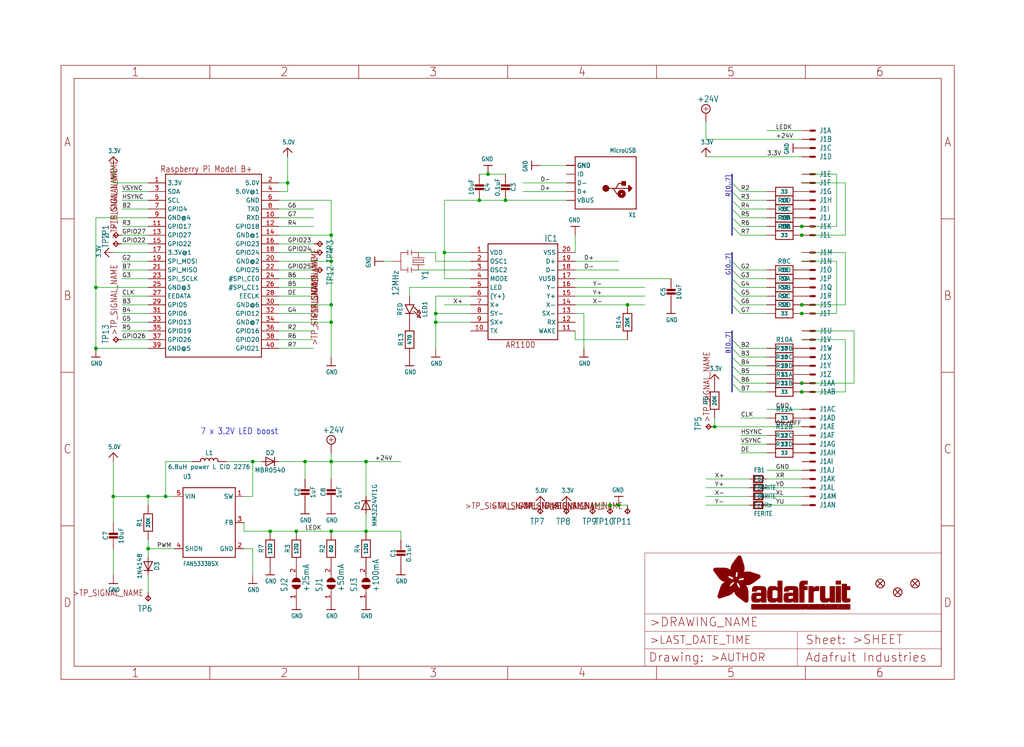
<source format=kicad_sch>
(kicad_sch (version 20211123) (generator eeschema)
  (paper "User" 298.45 217.881)
  (lib_symbols
    (symbol "schematicEagle-eagle-import:+24V" (power)
      (property "Value" "+24V" (at -2.54 3.175 0))
      (symbol "+24V_1_0"
        (pin power_in line (at 0 -2.54 90) (length 2.54) (name "+24V") (number "1"))
      )
    )
    (symbol "schematicEagle-eagle-import:3.3V" (power)
      (property "Value" "3.3V" (at -1.524 1.016 0))
      (symbol "3.3V_1_0"
        (pin power_in line (at 0 -2.54 90) (length 2.54) (name "3.3V") (number "1"))
      )
    )
    (symbol "schematicEagle-eagle-import:40PINFPC4-1734839-0"
      (property "Reference" "J" (at 2.54 -0.762 0))
      (symbol "40PINFPC4-1734839-0_1_0"
        (pin passive line (at -2.54 0 0) (length 2.54) (name "MSV") (number "1"))
      )
      (symbol "40PINFPC4-1734839-0_2_0"
        (pin passive line (at -2.54 0 0) (length 2.54) (name "MS") (number "2"))
      )
      (symbol "40PINFPC4-1734839-0_3_0"
        (pin passive line (at -2.54 0 0) (length 2.54) (name "MS") (number "3"))
      )
      (symbol "40PINFPC4-1734839-0_4_0"
        (pin passive line (at -2.54 0 0) (length 2.54) (name "MS") (number "4"))
      )
      (symbol "40PINFPC4-1734839-0_5_0"
        (pin passive line (at -2.54 0 0) (length 2.54) (name "MS") (number "5"))
      )
      (symbol "40PINFPC4-1734839-0_6_0"
        (pin passive line (at -2.54 0 0) (length 2.54) (name "MS") (number "6"))
      )
      (symbol "40PINFPC4-1734839-0_7_0"
        (pin passive line (at -2.54 0 0) (length 2.54) (name "MS") (number "7"))
      )
      (symbol "40PINFPC4-1734839-0_8_0"
        (pin passive line (at -2.54 0 0) (length 2.54) (name "MS") (number "8"))
      )
      (symbol "40PINFPC4-1734839-0_9_0"
        (pin passive line (at -2.54 0 0) (length 2.54) (name "MS") (number "9"))
      )
      (symbol "40PINFPC4-1734839-0_10_0"
        (pin passive line (at -2.54 0 0) (length 2.54) (name "MS") (number "10"))
      )
      (symbol "40PINFPC4-1734839-0_11_0"
        (pin passive line (at -2.54 0 0) (length 2.54) (name "MS") (number "11"))
      )
      (symbol "40PINFPC4-1734839-0_12_0"
        (pin passive line (at -2.54 0 0) (length 2.54) (name "MS") (number "12"))
      )
      (symbol "40PINFPC4-1734839-0_13_0"
        (pin passive line (at -2.54 0 0) (length 2.54) (name "MS") (number "13"))
      )
      (symbol "40PINFPC4-1734839-0_14_0"
        (pin passive line (at -2.54 0 0) (length 2.54) (name "MS") (number "14"))
      )
      (symbol "40PINFPC4-1734839-0_15_0"
        (pin passive line (at -2.54 0 0) (length 2.54) (name "MS") (number "15"))
      )
      (symbol "40PINFPC4-1734839-0_16_0"
        (pin passive line (at -2.54 0 0) (length 2.54) (name "MS") (number "16"))
      )
      (symbol "40PINFPC4-1734839-0_17_0"
        (pin passive line (at -2.54 0 0) (length 2.54) (name "MS") (number "17"))
      )
      (symbol "40PINFPC4-1734839-0_18_0"
        (pin passive line (at -2.54 0 0) (length 2.54) (name "MS") (number "18"))
      )
      (symbol "40PINFPC4-1734839-0_19_0"
        (pin passive line (at -2.54 0 0) (length 2.54) (name "MS") (number "19"))
      )
      (symbol "40PINFPC4-1734839-0_20_0"
        (pin passive line (at -2.54 0 0) (length 2.54) (name "MS") (number "20"))
      )
      (symbol "40PINFPC4-1734839-0_21_0"
        (pin passive line (at -2.54 0 0) (length 2.54) (name "MS") (number "21"))
      )
      (symbol "40PINFPC4-1734839-0_22_0"
        (pin passive line (at -2.54 0 0) (length 2.54) (name "MS") (number "22"))
      )
      (symbol "40PINFPC4-1734839-0_23_0"
        (pin passive line (at -2.54 0 0) (length 2.54) (name "MS") (number "23"))
      )
      (symbol "40PINFPC4-1734839-0_24_0"
        (pin passive line (at -2.54 0 0) (length 2.54) (name "MS") (number "24"))
      )
      (symbol "40PINFPC4-1734839-0_25_0"
        (pin passive line (at -2.54 0 0) (length 2.54) (name "MS") (number "25"))
      )
      (symbol "40PINFPC4-1734839-0_26_0"
        (pin passive line (at -2.54 0 0) (length 2.54) (name "MS") (number "26"))
      )
      (symbol "40PINFPC4-1734839-0_27_0"
        (pin passive line (at -2.54 0 0) (length 2.54) (name "MS") (number "27"))
      )
      (symbol "40PINFPC4-1734839-0_28_0"
        (pin passive line (at -2.54 0 0) (length 2.54) (name "MS") (number "28"))
      )
      (symbol "40PINFPC4-1734839-0_29_0"
        (pin passive line (at -2.54 0 0) (length 2.54) (name "MS") (number "29"))
      )
      (symbol "40PINFPC4-1734839-0_30_0"
        (pin passive line (at -2.54 0 0) (length 2.54) (name "MS") (number "30"))
      )
      (symbol "40PINFPC4-1734839-0_31_0"
        (pin passive line (at -2.54 0 0) (length 2.54) (name "MS") (number "31"))
      )
      (symbol "40PINFPC4-1734839-0_32_0"
        (pin passive line (at -2.54 0 0) (length 2.54) (name "MS") (number "32"))
      )
      (symbol "40PINFPC4-1734839-0_33_0"
        (pin passive line (at -2.54 0 0) (length 2.54) (name "MS") (number "33"))
      )
      (symbol "40PINFPC4-1734839-0_34_0"
        (pin passive line (at -2.54 0 0) (length 2.54) (name "MS") (number "34"))
      )
      (symbol "40PINFPC4-1734839-0_35_0"
        (pin passive line (at -2.54 0 0) (length 2.54) (name "MS") (number "35"))
      )
      (symbol "40PINFPC4-1734839-0_36_0"
        (pin passive line (at -2.54 0 0) (length 2.54) (name "MS") (number "36"))
      )
      (symbol "40PINFPC4-1734839-0_37_0"
        (pin passive line (at -2.54 0 0) (length 2.54) (name "MS") (number "37"))
      )
      (symbol "40PINFPC4-1734839-0_38_0"
        (pin passive line (at -2.54 0 0) (length 2.54) (name "MS") (number "38"))
      )
      (symbol "40PINFPC4-1734839-0_39_0"
        (pin passive line (at -2.54 0 0) (length 2.54) (name "MS") (number "39"))
      )
      (symbol "40PINFPC4-1734839-0_40_0"
        (pin passive line (at -2.54 0 0) (length 2.54) (name "MS") (number "40"))
      )
    )
    (symbol "schematicEagle-eagle-import:5.0V" (power)
      (property "Value" "5.0V" (at -1.524 1.016 0))
      (symbol "5.0V_1_0"
        (pin power_in line (at 0 -2.54 90) (length 2.54) (name "5.0V") (number "1"))
      )
    )
    (symbol "schematicEagle-eagle-import:AR1100_SSOP"
      (property "Reference" "IC" (at 10.16 15.24 0))
      (symbol "AR1100_SSOP_1_0"
        (text "AR1100" (at -5.08 -17.78 0) (effects (font (size 1.778 1.5113)) (justify left bottom)))
        (pin power_in line (at -15.24 10.16 0) (length 5.08) (name "VDD") (number "1"))
        (pin output line (at -15.24 -12.7 0) (length 5.08) (name "TX") (number "10"))
        (pin input line (at 15.24 -12.7 180) (length 5.08) (name "WAKE") (number "11"))
        (pin input line (at 15.24 -10.16 180) (length 5.08) (name "RX") (number "12"))
        (pin bidirectional line (at 15.24 -7.62 180) (length 5.08) (name "SX-") (number "13"))
        (pin bidirectional line (at 15.24 -5.08 180) (length 5.08) (name "X-") (number "14"))
        (pin bidirectional line (at 15.24 -2.54 180) (length 5.08) (name "Y+") (number "15"))
        (pin bidirectional line (at 15.24 0 180) (length 5.08) (name "Y-") (number "16"))
        (pin power_in line (at 15.24 2.54 180) (length 5.08) (name "VUSB") (number "17"))
        (pin bidirectional line (at 15.24 5.08 180) (length 5.08) (name "D-") (number "18"))
        (pin bidirectional line (at 15.24 7.62 180) (length 5.08) (name "D+") (number "19"))
        (pin passive line (at -15.24 7.62 0) (length 5.08) (name "OSC1") (number "2"))
        (pin power_in line (at 15.24 10.16 180) (length 5.08) (name "VSS") (number "20"))
        (pin passive line (at -15.24 5.08 0) (length 5.08) (name "OSC2") (number "3"))
        (pin input line (at -15.24 2.54 0) (length 5.08) (name "MODE") (number "4"))
        (pin output line (at -15.24 0 0) (length 5.08) (name "LED") (number "5"))
        (pin bidirectional line (at -15.24 -2.54 0) (length 5.08) (name "(Y+)") (number "6"))
        (pin bidirectional line (at -15.24 -5.08 0) (length 5.08) (name "X+") (number "7"))
        (pin bidirectional line (at -15.24 -7.62 0) (length 5.08) (name "SY-") (number "8"))
        (pin bidirectional line (at -15.24 -10.16 0) (length 5.08) (name "SX+") (number "9"))
      )
    )
    (symbol "schematicEagle-eagle-import:CAP_CERAMIC0805-NOOUTLINE"
      (property "Reference" "C" (at -2.29 1.25 90))
      (property "Value" "CAP_CERAMIC0805-NOOUTLINE" (at 2.3 1.25 90))
      (symbol "CAP_CERAMIC0805-NOOUTLINE_1_0"
        (pin passive line (at 0 5.08 270) (length 2.54) (name "1") (number "1"))
        (pin passive line (at 0 -2.54 90) (length 2.54) (name "2") (number "2"))
      )
    )
    (symbol "schematicEagle-eagle-import:CAP_CERAMIC_0805MP"
      (property "Reference" "C" (at -2.29 1.25 90))
      (property "Value" "CAP_CERAMIC_0805MP" (at 2.3 1.25 90))
      (symbol "CAP_CERAMIC_0805MP_1_0"
        (pin passive line (at 0 5.08 270) (length 2.54) (name "1") (number "1"))
        (pin passive line (at 0 -2.54 90) (length 2.54) (name "2") (number "2"))
      )
    )
    (symbol "schematicEagle-eagle-import:DIODESMA"
      (property "Reference" "D" (at 0 2.54 0))
      (property "Value" "DIODESMA" (at 0 -2.5 0))
      (symbol "DIODESMA_1_0"
        (pin passive line (at -2.54 0 0) (length 2.54) (name "A") (number "A"))
        (pin passive line (at 2.54 0 180) (length 2.54) (name "C") (number "C"))
      )
    )
    (symbol "schematicEagle-eagle-import:DIODESOD-123"
      (property "Reference" "D" (at 0 2.54 0))
      (property "Value" "DIODESOD-123" (at 0 -2.5 0))
      (symbol "DIODESOD-123_1_0"
        (pin passive line (at -2.54 0 0) (length 2.54) (name "A") (number "A"))
        (pin passive line (at 2.54 0 180) (length 2.54) (name "C") (number "C"))
      )
    )
    (symbol "schematicEagle-eagle-import:DIODESOD-323"
      (property "Reference" "D" (at 0 2.54 0))
      (property "Value" "DIODESOD-323" (at 0 -2.5 0))
      (symbol "DIODESOD-323_1_0"
        (pin passive line (at -2.54 0 0) (length 2.54) (name "A") (number "A"))
        (pin passive line (at 2.54 0 180) (length 2.54) (name "C") (number "C"))
      )
    )
    (symbol "schematicEagle-eagle-import:FAN5331"
      (property "Reference" "U" (at -7.62 12.7 0))
      (property "Value" "FAN5331" (at -7.62 -12.7 0))
      (symbol "FAN5331_1_0"
        (pin bidirectional line (at 10.16 7.62 180) (length 2.54) (name "SW") (number "1"))
        (pin bidirectional line (at 10.16 -7.62 180) (length 2.54) (name "GND") (number "2"))
        (pin bidirectional line (at 10.16 0 180) (length 2.54) (name "FB") (number "3"))
        (pin bidirectional line (at -10.16 -7.62 0) (length 2.54) (name "SHDN") (number "4"))
        (pin bidirectional line (at -10.16 7.62 0) (length 2.54) (name "VIN") (number "5"))
      )
    )
    (symbol "schematicEagle-eagle-import:FERRITE_0805MP"
      (property "Reference" "FB" (at -1.27 1.905 0))
      (property "Value" "FERRITE_0805MP" (at -1.27 -3.175 0))
      (symbol "FERRITE_0805MP_1_0"
        (pin passive line (at -2.54 0 0) (length 2.54) (name "P$1") (number "1"))
        (pin passive line (at 2.54 0 180) (length 2.54) (name "P$2") (number "2"))
      )
    )
    (symbol "schematicEagle-eagle-import:FIDUCIAL{dblquote}{dblquote}")
    (symbol "schematicEagle-eagle-import:FRAME_A4_ADAFRUIT"
      (symbol "FRAME_A4_ADAFRUIT_0_0"
        (text "1" (at 21.6958 1.905 0) (effects (font (size 2.54 2.286))))
        (text "1" (at 21.6958 177.165 0) (effects (font (size 2.54 2.286))))
        (text "2" (at 65.0875 1.905 0) (effects (font (size 2.54 2.286))))
        (text "2" (at 65.0875 177.165 0) (effects (font (size 2.54 2.286))))
        (text "3" (at 108.4792 1.905 0) (effects (font (size 2.54 2.286))))
        (text "3" (at 108.4792 177.165 0) (effects (font (size 2.54 2.286))))
        (text "4" (at 151.8708 1.905 0) (effects (font (size 2.54 2.286))))
        (text "4" (at 151.8708 177.165 0) (effects (font (size 2.54 2.286))))
        (text "5" (at 195.2625 1.905 0) (effects (font (size 2.54 2.286))))
        (text "5" (at 195.2625 177.165 0) (effects (font (size 2.54 2.286))))
        (text "6" (at 238.6542 1.905 0) (effects (font (size 2.54 2.286))))
        (text "6" (at 238.6542 177.165 0) (effects (font (size 2.54 2.286))))
        (text "A" (at 1.905 156.6863 0) (effects (font (size 2.54 2.286))))
        (text "A" (at 258.445 156.6863 0) (effects (font (size 2.54 2.286))))
        (text "B" (at 1.905 111.9188 0) (effects (font (size 2.54 2.286))))
        (text "B" (at 258.445 111.9188 0) (effects (font (size 2.54 2.286))))
        (text "C" (at 1.905 67.1513 0) (effects (font (size 2.54 2.286))))
        (text "C" (at 258.445 67.1513 0) (effects (font (size 2.54 2.286))))
        (text "D" (at 1.905 22.3838 0) (effects (font (size 2.54 2.286))))
        (text "D" (at 258.445 22.3838 0) (effects (font (size 2.54 2.286))))
      )
      (symbol "FRAME_A4_ADAFRUIT_1_0"
        (text ">AUTHOR" (at 189.23 5.08 0) (effects (font (size 2.286 2.286)) (justify left bottom)))
        (text ">DRAWING_NAME" (at 171.45 15.24 0) (effects (font (size 2.54 2.54)) (justify left bottom)))
        (text ">LAST_DATE_TIME" (at 171.45 10.16 0) (effects (font (size 2.286 2.286)) (justify left bottom)))
        (text ">SHEET" (at 230.505 10.16 0) (effects (font (size 2.54 2.54)) (justify left bottom)))
        (text "Adafruit Industries" (at 216.916 4.953 0) (effects (font (size 2.54 2.54)) (justify left bottom)))
        (text "Drawing:" (at 171.196 4.953 0) (effects (font (size 2.54 2.54)) (justify left bottom)))
        (text "Sheet:" (at 216.916 10.033 0) (effects (font (size 2.54 2.54)) (justify left bottom)))
      )
    )
    (symbol "schematicEagle-eagle-import:GND" (power)
      (property "Value" "GND" (at -1.524 -2.54 0))
      (symbol "GND_1_0"
        (pin power_in line (at 0 2.54 270) (length 2.54) (name "GND") (number "1"))
      )
    )
    (symbol "schematicEagle-eagle-import:INDUCTORNR5040"
      (property "Reference" "L" (at 0 2.54 0))
      (property "Value" "INDUCTORNR5040" (at 0 -1.54 0))
      (symbol "INDUCTORNR5040_1_0"
        (pin passive line (at -5.08 0 0) (length 2.54) (name "1") (number "P$1"))
        (pin passive line (at 5.08 0 180) (length 2.54) (name "2") (number "P$2"))
      )
    )
    (symbol "schematicEagle-eagle-import:LED0805_NOOUTLINE"
      (property "Reference" "D" (at -1.27 4.445 0))
      (property "Value" "LED0805_NOOUTLINE" (at -1.27 -2.794 0))
      (symbol "LED0805_NOOUTLINE_1_0"
        (pin passive line (at -5.08 0 0) (length 2.54) (name "A") (number "A"))
        (pin passive line (at 2.54 0 180) (length 2.54) (name "C") (number "C"))
      )
    )
    (symbol "schematicEagle-eagle-import:RASPBERRYPI_BPLUS-SMT+SLOTS"
      (symbol "RASPBERRYPI_BPLUS-SMT+SLOTS_1_0"
        (text "Raspberry Pi Model B+" (at 12.7 25.4 0) (effects (font (size 1.778 1.5113)) (justify right top)))
        (pin power_in line (at -17.78 20.32 0) (length 5.08) (name "3.3V") (number "1"))
        (pin bidirectional line (at 20.32 10.16 180) (length 5.08) (name "RXD") (number "10"))
        (pin bidirectional line (at -17.78 7.62 0) (length 5.08) (name "GPIO17") (number "11"))
        (pin bidirectional line (at 20.32 7.62 180) (length 5.08) (name "GPIO18") (number "12"))
        (pin bidirectional line (at -17.78 5.08 0) (length 5.08) (name "GPIO27") (number "13"))
        (pin power_in line (at 20.32 5.08 180) (length 5.08) (name "GND@1") (number "14"))
        (pin bidirectional line (at -17.78 2.54 0) (length 5.08) (name "GPIO22") (number "15"))
        (pin bidirectional line (at 20.32 2.54 180) (length 5.08) (name "GPIO23") (number "16"))
        (pin power_in line (at -17.78 0 0) (length 5.08) (name "3.3V@1") (number "17"))
        (pin bidirectional line (at 20.32 0 180) (length 5.08) (name "GPIO24") (number "18"))
        (pin bidirectional line (at -17.78 -2.54 0) (length 5.08) (name "SPI_MOSI") (number "19"))
        (pin power_in line (at 20.32 20.32 180) (length 5.08) (name "5.0V") (number "2"))
        (pin power_in line (at 20.32 -2.54 180) (length 5.08) (name "GND@2") (number "20"))
        (pin bidirectional line (at -17.78 -5.08 0) (length 5.08) (name "SPI_MISO") (number "21"))
        (pin bidirectional line (at 20.32 -5.08 180) (length 5.08) (name "GPIO25") (number "22"))
        (pin bidirectional line (at -17.78 -7.62 0) (length 5.08) (name "SPI_SCLK") (number "23"))
        (pin bidirectional line (at 20.32 -7.62 180) (length 5.08) (name "#SPI_CE0") (number "24"))
        (pin power_in line (at -17.78 -10.16 0) (length 5.08) (name "GND@3") (number "25"))
        (pin bidirectional line (at 20.32 -10.16 180) (length 5.08) (name "#SPI_CE1") (number "26"))
        (pin bidirectional line (at -17.78 -12.7 0) (length 5.08) (name "EEDATA") (number "27"))
        (pin bidirectional line (at 20.32 -12.7 180) (length 5.08) (name "EECLK") (number "28"))
        (pin bidirectional line (at -17.78 -15.24 0) (length 5.08) (name "GPIO5") (number "29"))
        (pin bidirectional line (at -17.78 17.78 0) (length 5.08) (name "SDA") (number "3"))
        (pin power_in line (at 20.32 -15.24 180) (length 5.08) (name "GND@6") (number "30"))
        (pin bidirectional line (at -17.78 -17.78 0) (length 5.08) (name "GPIO6") (number "31"))
        (pin bidirectional line (at 20.32 -17.78 180) (length 5.08) (name "GPIO12") (number "32"))
        (pin bidirectional line (at -17.78 -20.32 0) (length 5.08) (name "GPIO13") (number "33"))
        (pin power_in line (at 20.32 -20.32 180) (length 5.08) (name "GND@7") (number "34"))
        (pin bidirectional line (at -17.78 -22.86 0) (length 5.08) (name "GPIO19") (number "35"))
        (pin bidirectional line (at 20.32 -22.86 180) (length 5.08) (name "GPIO16") (number "36"))
        (pin bidirectional line (at -17.78 -25.4 0) (length 5.08) (name "GPIO26") (number "37"))
        (pin bidirectional line (at 20.32 -25.4 180) (length 5.08) (name "GPIO20") (number "38"))
        (pin power_in line (at -17.78 -27.94 0) (length 5.08) (name "GND@5") (number "39"))
        (pin power_in line (at 20.32 17.78 180) (length 5.08) (name "5.0V@1") (number "4"))
        (pin bidirectional line (at 20.32 -27.94 180) (length 5.08) (name "GPIO21") (number "40"))
        (pin bidirectional line (at -17.78 15.24 0) (length 5.08) (name "SCL") (number "5"))
        (pin power_in line (at 20.32 15.24 180) (length 5.08) (name "GND") (number "6"))
        (pin bidirectional line (at -17.78 12.7 0) (length 5.08) (name "GPIO4") (number "7"))
        (pin bidirectional line (at 20.32 12.7 180) (length 5.08) (name "TXD") (number "8"))
        (pin power_in line (at -17.78 10.16 0) (length 5.08) (name "GND@4") (number "9"))
      )
    )
    (symbol "schematicEagle-eagle-import:RESISTOR0805_NOOUTLINE"
      (property "Reference" "R" (at 0 2.54 0))
      (property "Value" "RESISTOR0805_NOOUTLINE" (at 0 0 0))
      (symbol "RESISTOR0805_NOOUTLINE_1_0"
        (pin passive line (at -5.08 0 0) (length 2.54) (name "1") (number "1"))
        (pin passive line (at 5.08 0 180) (length 2.54) (name "2") (number "2"))
      )
    )
    (symbol "schematicEagle-eagle-import:RESISTOR_0805MP"
      (property "Reference" "R" (at 0 2.54 0))
      (property "Value" "RESISTOR_0805MP" (at 0 0 0))
      (symbol "RESISTOR_0805MP_1_0"
        (pin passive line (at -5.08 0 0) (length 2.54) (name "1") (number "1"))
        (pin passive line (at 5.08 0 180) (length 2.54) (name "2") (number "2"))
      )
    )
    (symbol "schematicEagle-eagle-import:RESISTOR_4PACK"
      (property "Reference" "R" (at 0 2.54 0))
      (property "Value" "RESISTOR_4PACK" (at 0 0 0))
      (symbol "RESISTOR_4PACK_1_0"
        (pin passive line (at -5.08 0 0) (length 2.54) (name "1") (number "1"))
        (pin passive line (at 5.08 0 180) (length 2.54) (name "2") (number "8"))
      )
      (symbol "RESISTOR_4PACK_2_0"
        (pin passive line (at -5.08 0 0) (length 2.54) (name "1") (number "2"))
        (pin passive line (at 5.08 0 180) (length 2.54) (name "2") (number "7"))
      )
      (symbol "RESISTOR_4PACK_3_0"
        (pin passive line (at -5.08 0 0) (length 2.54) (name "1") (number "3"))
        (pin passive line (at 5.08 0 180) (length 2.54) (name "2") (number "6"))
      )
      (symbol "RESISTOR_4PACK_4_0"
        (pin passive line (at -5.08 0 0) (length 2.54) (name "1") (number "4"))
        (pin passive line (at 5.08 0 180) (length 2.54) (name "2") (number "5"))
      )
    )
    (symbol "schematicEagle-eagle-import:RESONATORSMD"
      (property "Reference" "Y" (at 2.54 1.016 0))
      (property "Value" "RESONATORSMD" (at 2.54 -7.62 0))
      (symbol "RESONATORSMD_1_0"
        (pin passive line (at -2.54 0 0) (length 0) (name "1") (number "1"))
        (pin passive line (at 0 -7.62 90) (length 0) (name "2") (number "2"))
        (pin passive line (at 2.54 0 180) (length 0) (name "3") (number "3"))
      )
    )
    (symbol "schematicEagle-eagle-import:SOLDERJUMPER"
      (property "Reference" "SJ" (at -2.54 2.54 0))
      (property "Value" "SOLDERJUMPER" (at -2.54 -3.81 0))
      (symbol "SOLDERJUMPER_1_0"
        (pin passive line (at -5.08 0 0) (length 2.54) (name "1") (number "1"))
        (pin passive line (at 5.08 0 180) (length 2.54) (name "2") (number "2"))
      )
    )
    (symbol "schematicEagle-eagle-import:TPTP15SQ"
      (property "Reference" "TP" (at -1.27 1.27 0))
      (symbol "TPTP15SQ_1_0"
        (text ">TP_SIGNAL_NAME" (at 1.27 -1.27 0) (effects (font (size 1.778 1.5113)) (justify left bottom)))
        (pin input line (at 0 -2.54 90) (length 2.54) (name "TP") (number "TP"))
      )
    )
    (symbol "schematicEagle-eagle-import:USBMICRO_20329"
      (property "Reference" "X" (at -10.16 8.636 0))
      (property "Value" "USBMICRO_20329" (at -10.16 -10.16 0))
      (symbol "USBMICRO_20329_1_0"
        (pin power_in line (at 10.16 -5.08 180) (length 2.54) (name "GND") (number "BASE@1"))
        (pin power_in line (at 10.16 -5.08 180) (length 2.54) (name "GND") (number "BASE@2"))
        (pin bidirectional line (at 10.16 2.54 180) (length 2.54) (name "D+") (number "D+"))
        (pin bidirectional line (at 10.16 0 180) (length 2.54) (name "D-") (number "D-"))
        (pin power_in line (at 10.16 -5.08 180) (length 2.54) (name "GND") (number "GND"))
        (pin bidirectional line (at 10.16 -2.54 180) (length 2.54) (name "ID") (number "ID"))
        (pin power_in line (at 10.16 -5.08 180) (length 2.54) (name "GND") (number "SPRT@1"))
        (pin power_in line (at 10.16 -5.08 180) (length 2.54) (name "GND") (number "SPRT@2"))
        (pin power_in line (at 10.16 -5.08 180) (length 2.54) (name "GND") (number "SPRT@3"))
        (pin power_in line (at 10.16 -5.08 180) (length 2.54) (name "GND") (number "SPRT@4"))
        (pin power_in line (at 10.16 5.08 180) (length 2.54) (name "VBUS") (number "VBUS"))
      )
    )
  )
  (junction (at 129.54 73.66))
  (junction (at 83.82 53.34))
  (junction (at 73.66 134.62))
  (junction (at 96.52 154.94))
  (junction (at 147.32 58.42))
  (junction (at 142.24 50.8))
  (junction (at 233.68 111.76))
  (junction (at 27.94 101.6))
  (junction (at 177.8 147.32))
  (junction (at 106.68 154.94))
  (junction (at 233.68 68.58))
  (junction (at 43.18 160.02))
  (junction (at 27.94 83.82))
  (junction (at 96.52 88.9))
  (junction (at 96.52 68.58))
  (junction (at 48.26 144.78))
  (junction (at 96.52 76.2))
  (junction (at 182.88 88.9))
  (junction (at 139.7 58.42))
  (junction (at 233.68 114.3))
  (junction (at 233.68 91.44))
  (junction (at 96.52 134.62))
  (junction (at 233.68 66.04))
  (junction (at 96.52 93.98))
  (junction (at 208.28 124.46))
  (junction (at 106.68 134.62))
  (junction (at 233.68 88.9))
  (junction (at 78.74 154.94))
  (junction (at 127 93.98))
  (junction (at 86.36 154.94))
  (junction (at 180.34 147.32))
  (junction (at 43.18 144.78))
  (junction (at 88.9 134.62))
  (junction (at 33.02 144.78))
  (junction (at 127 91.44))
  (bus_entry (at 215.9 86.36) (size -2.54 -2.54))
  (bus_entry (at 215.9 66.04) (size -2.54 -2.54))
  (bus_entry (at 215.9 68.58) (size -2.54 -2.54))
  (bus_entry (at 215.9 55.88) (size -2.54 -2.54))
  (bus_entry (at 215.9 104.14) (size -2.54 -2.54))
  (bus_entry (at 215.9 83.82) (size -2.54 -2.54))
  (bus_entry (at 215.9 63.5) (size -2.54 -2.54))
  (bus_entry (at 215.9 109.22) (size -2.54 -2.54))
  (bus_entry (at 215.9 91.44) (size -2.54 -2.54))
  (bus_entry (at 215.9 60.96) (size -2.54 -2.54))
  (bus_entry (at 215.9 81.28) (size -2.54 -2.54))
  (bus_entry (at 215.9 58.42) (size -2.54 -2.54))
  (bus_entry (at 215.9 88.9) (size -2.54 -2.54))
  (bus_entry (at 215.9 101.6) (size -2.54 -2.54))
  (bus_entry (at 215.9 111.76) (size -2.54 -2.54))
  (bus_entry (at 215.9 78.74) (size -2.54 -2.54))
  (bus_entry (at 215.9 106.68) (size -2.54 -2.54))
  (bus_entry (at 215.9 114.3) (size -2.54 -2.54))
  (wire (pts (xy 233.68 147.32) (xy 223.52 147.32)))
  (wire (pts (xy 137.16 81.28) (xy 129.54 81.28)))
  (wire (pts (xy 243.84 76.2) (xy 243.84 91.44)))
  (wire (pts (xy 147.32 58.42) (xy 139.7 58.42)))
  (wire (pts (xy 246.38 99.06) (xy 246.38 114.3)))
  (wire (pts (xy 43.18 144.78) (xy 33.02 144.78)))
  (wire (pts (xy 223.52 104.14) (xy 215.9 104.14)))
  (wire (pts (xy 81.28 99.06) (xy 91.44 99.06)))
  (wire (pts (xy 165.1 58.42) (xy 147.32 58.42)))
  (wire (pts (xy 35.56 78.74) (xy 43.18 78.74)))
  (wire (pts (xy 223.52 66.04) (xy 215.9 66.04)))
  (wire (pts (xy 246.38 68.58) (xy 233.68 68.58)))
  (wire (pts (xy 35.56 58.42) (xy 43.18 58.42)))
  (wire (pts (xy 81.28 76.2) (xy 96.52 76.2)))
  (bus (pts (xy 213.36 109.22) (xy 213.36 111.76)))
  (wire (pts (xy 246.38 53.34) (xy 246.38 68.58)))
  (wire (pts (xy 223.52 88.9) (xy 215.9 88.9)))
  (wire (pts (xy 71.12 160.02) (xy 73.66 160.02)))
  (wire (pts (xy 27.94 101.6) (xy 43.18 101.6)))
  (bus (pts (xy 213.36 99.06) (xy 213.36 101.6)))
  (wire (pts (xy 43.18 53.34) (xy 33.02 53.34)))
  (wire (pts (xy 43.18 88.9) (xy 35.56 88.9)))
  (wire (pts (xy 96.52 58.42) (xy 96.52 68.58)))
  (wire (pts (xy 172.72 147.32) (xy 177.8 147.32)))
  (wire (pts (xy 43.18 147.32) (xy 43.18 144.78)))
  (wire (pts (xy 205.74 147.32) (xy 218.44 147.32)))
  (wire (pts (xy 35.56 71.12) (xy 43.18 71.12)))
  (wire (pts (xy 180.34 147.32) (xy 182.88 147.32)))
  (wire (pts (xy 35.56 96.52) (xy 43.18 96.52)))
  (wire (pts (xy 233.68 45.72) (xy 205.74 45.72)))
  (wire (pts (xy 233.68 53.34) (xy 246.38 53.34)))
  (bus (pts (xy 213.36 111.76) (xy 213.36 114.3)))
  (wire (pts (xy 96.52 154.94) (xy 86.36 154.94)))
  (wire (pts (xy 43.18 160.02) (xy 43.18 162.56)))
  (wire (pts (xy 167.64 88.9) (xy 182.88 88.9)))
  (bus (pts (xy 213.36 88.9) (xy 213.36 91.44)))
  (wire (pts (xy 223.52 106.68) (xy 215.9 106.68)))
  (wire (pts (xy 137.16 93.98) (xy 127 93.98)))
  (wire (pts (xy 246.38 73.66) (xy 246.38 88.9)))
  (wire (pts (xy 223.52 114.3) (xy 215.9 114.3)))
  (wire (pts (xy 223.52 63.5) (xy 215.9 63.5)))
  (wire (pts (xy 243.84 91.44) (xy 233.68 91.44)))
  (wire (pts (xy 81.28 66.04) (xy 91.44 66.04)))
  (bus (pts (xy 213.36 55.88) (xy 213.36 58.42)))
  (wire (pts (xy 223.52 83.82) (xy 215.9 83.82)))
  (wire (pts (xy 182.88 88.9) (xy 187.96 88.9)))
  (wire (pts (xy 111.76 76.2) (xy 114.3 76.2)))
  (wire (pts (xy 96.52 68.58) (xy 96.52 76.2)))
  (wire (pts (xy 81.28 68.58) (xy 96.52 68.58)))
  (wire (pts (xy 223.52 109.22) (xy 215.9 109.22)))
  (wire (pts (xy 81.28 78.74) (xy 91.44 78.74)))
  (wire (pts (xy 233.68 40.64) (xy 205.74 40.64)))
  (wire (pts (xy 165.1 53.34) (xy 152.4 53.34)))
  (wire (pts (xy 73.66 134.62) (xy 76.2 134.62)))
  (bus (pts (xy 213.36 50.8) (xy 213.36 53.34)))
  (wire (pts (xy 73.66 134.62) (xy 73.66 144.78)))
  (bus (pts (xy 213.36 53.34) (xy 213.36 55.88)))
  (wire (pts (xy 233.68 99.06) (xy 246.38 99.06)))
  (wire (pts (xy 223.52 91.44) (xy 215.9 91.44)))
  (wire (pts (xy 43.18 167.64) (xy 43.18 172.72)))
  (wire (pts (xy 81.28 86.36) (xy 91.44 86.36)))
  (wire (pts (xy 223.52 101.6) (xy 215.9 101.6)))
  (wire (pts (xy 233.68 73.66) (xy 246.38 73.66)))
  (wire (pts (xy 33.02 73.66) (xy 43.18 73.66)))
  (wire (pts (xy 248.92 96.52) (xy 248.92 111.76)))
  (wire (pts (xy 167.64 99.06) (xy 182.88 99.06)))
  (wire (pts (xy 208.28 124.46) (xy 233.68 124.46)))
  (wire (pts (xy 129.54 81.28) (xy 129.54 73.66)))
  (wire (pts (xy 86.36 154.94) (xy 78.74 154.94)))
  (wire (pts (xy 96.52 134.62) (xy 106.68 134.62)))
  (wire (pts (xy 177.8 147.32) (xy 180.34 147.32)))
  (wire (pts (xy 223.52 127) (xy 215.9 127)))
  (bus (pts (xy 213.36 86.36) (xy 213.36 88.9)))
  (wire (pts (xy 27.94 63.5) (xy 27.94 83.82)))
  (wire (pts (xy 81.28 60.96) (xy 91.44 60.96)))
  (wire (pts (xy 81.28 88.9) (xy 96.52 88.9)))
  (wire (pts (xy 233.68 137.16) (xy 223.52 137.16)))
  (wire (pts (xy 96.52 76.2) (xy 96.52 88.9)))
  (wire (pts (xy 106.68 144.78) (xy 106.68 134.62)))
  (wire (pts (xy 243.84 50.8) (xy 243.84 66.04)))
  (wire (pts (xy 83.82 55.88) (xy 83.82 53.34)))
  (wire (pts (xy 127 93.98) (xy 127 101.6)))
  (wire (pts (xy 233.68 38.1) (xy 223.52 38.1)))
  (wire (pts (xy 106.68 134.62) (xy 116.84 134.62)))
  (wire (pts (xy 66.04 134.62) (xy 73.66 134.62)))
  (wire (pts (xy 233.68 139.7) (xy 223.52 139.7)))
  (wire (pts (xy 33.02 144.78) (xy 33.02 152.4)))
  (wire (pts (xy 223.52 58.42) (xy 215.9 58.42)))
  (wire (pts (xy 127 91.44) (xy 137.16 91.44)))
  (wire (pts (xy 71.12 154.94) (xy 78.74 154.94)))
  (wire (pts (xy 223.52 129.54) (xy 215.9 129.54)))
  (wire (pts (xy 127 76.2) (xy 137.16 76.2)))
  (wire (pts (xy 167.64 91.44) (xy 170.18 91.44)))
  (wire (pts (xy 48.26 134.62) (xy 55.88 134.62)))
  (wire (pts (xy 43.18 81.28) (xy 35.56 81.28)))
  (wire (pts (xy 218.44 142.24) (xy 205.74 142.24)))
  (wire (pts (xy 81.28 83.82) (xy 91.44 83.82)))
  (wire (pts (xy 91.44 73.66) (xy 81.28 73.66)))
  (wire (pts (xy 167.64 86.36) (xy 187.96 86.36)))
  (wire (pts (xy 167.64 68.58) (xy 167.64 73.66)))
  (bus (pts (xy 213.36 96.52) (xy 213.36 99.06)))
  (wire (pts (xy 35.56 66.04) (xy 43.18 66.04)))
  (wire (pts (xy 233.68 96.52) (xy 248.92 96.52)))
  (bus (pts (xy 213.36 78.74) (xy 213.36 81.28)))
  (wire (pts (xy 223.52 55.88) (xy 215.9 55.88)))
  (wire (pts (xy 147.32 50.8) (xy 142.24 50.8)))
  (wire (pts (xy 43.18 55.88) (xy 35.56 55.88)))
  (wire (pts (xy 127 73.66) (xy 121.92 73.66)))
  (wire (pts (xy 215.9 132.08) (xy 223.52 132.08)))
  (wire (pts (xy 233.68 142.24) (xy 223.52 142.24)))
  (bus (pts (xy 213.36 81.28) (xy 213.36 83.82)))
  (wire (pts (xy 73.66 144.78) (xy 71.12 144.78)))
  (wire (pts (xy 96.52 93.98) (xy 96.52 104.14)))
  (wire (pts (xy 96.52 139.7) (xy 96.52 134.62)))
  (wire (pts (xy 81.28 53.34) (xy 83.82 53.34)))
  (wire (pts (xy 246.38 88.9) (xy 233.68 88.9)))
  (wire (pts (xy 167.64 83.82) (xy 187.96 83.82)))
  (wire (pts (xy 43.18 99.06) (xy 35.56 99.06)))
  (wire (pts (xy 43.18 60.96) (xy 35.56 60.96)))
  (wire (pts (xy 127 76.2) (xy 127 73.66)))
  (wire (pts (xy 165.1 48.26) (xy 157.48 48.26)))
  (wire (pts (xy 208.28 121.92) (xy 208.28 124.46)))
  (wire (pts (xy 165.1 55.88) (xy 152.4 55.88)))
  (wire (pts (xy 248.92 111.76) (xy 233.68 111.76)))
  (wire (pts (xy 43.18 86.36) (xy 35.56 86.36)))
  (wire (pts (xy 167.64 76.2) (xy 180.34 76.2)))
  (wire (pts (xy 43.18 76.2) (xy 35.56 76.2)))
  (wire (pts (xy 33.02 144.78) (xy 33.02 134.62)))
  (wire (pts (xy 96.52 154.94) (xy 106.68 154.94)))
  (bus (pts (xy 213.36 104.14) (xy 213.36 106.68)))
  (wire (pts (xy 137.16 73.66) (xy 129.54 73.66)))
  (wire (pts (xy 88.9 139.7) (xy 88.9 134.62)))
  (wire (pts (xy 167.64 81.28) (xy 195.58 81.28)))
  (wire (pts (xy 81.28 71.12) (xy 91.44 71.12)))
  (wire (pts (xy 139.7 58.42) (xy 129.54 58.42)))
  (wire (pts (xy 167.64 78.74) (xy 180.34 78.74)))
  (wire (pts (xy 43.18 68.58) (xy 35.56 68.58)))
  (wire (pts (xy 233.68 50.8) (xy 243.84 50.8)))
  (wire (pts (xy 233.68 76.2) (xy 243.84 76.2)))
  (wire (pts (xy 73.66 160.02) (xy 73.66 167.64)))
  (wire (pts (xy 170.18 91.44) (xy 170.18 101.6)))
  (wire (pts (xy 48.26 144.78) (xy 48.26 134.62)))
  (bus (pts (xy 213.36 106.68) (xy 213.36 109.22)))
  (bus (pts (xy 213.36 63.5) (xy 213.36 66.04)))
  (wire (pts (xy 116.84 154.94) (xy 116.84 157.48)))
  (wire (pts (xy 243.84 66.04) (xy 233.68 66.04)))
  (wire (pts (xy 43.18 93.98) (xy 35.56 93.98)))
  (wire (pts (xy 43.18 83.82) (xy 27.94 83.82)))
  (wire (pts (xy 167.64 96.52) (xy 167.64 99.06)))
  (wire (pts (xy 137.16 86.36) (xy 127 86.36)))
  (wire (pts (xy 81.28 134.62) (xy 88.9 134.62)))
  (wire (pts (xy 91.44 63.5) (xy 81.28 63.5)))
  (wire (pts (xy 127 93.98) (xy 127 91.44)))
  (wire (pts (xy 88.9 134.62) (xy 96.52 134.62)))
  (wire (pts (xy 119.38 83.82) (xy 137.16 83.82)))
  (wire (pts (xy 129.54 58.42) (xy 129.54 73.66)))
  (wire (pts (xy 218.44 139.7) (xy 205.74 139.7)))
  (wire (pts (xy 48.26 144.78) (xy 43.18 144.78)))
  (wire (pts (xy 43.18 160.02) (xy 43.18 157.48)))
  (wire (pts (xy 81.28 58.42) (xy 96.52 58.42)))
  (bus (pts (xy 213.36 66.04) (xy 213.36 68.58)))
  (bus (pts (xy 213.36 76.2) (xy 213.36 78.74)))
  (wire (pts (xy 35.56 91.44) (xy 43.18 91.44)))
  (wire (pts (xy 27.94 83.82) (xy 27.94 101.6)))
  (wire (pts (xy 106.68 154.94) (xy 116.84 154.94)))
  (wire (pts (xy 142.24 50.8) (xy 139.7 50.8)))
  (bus (pts (xy 213.36 60.96) (xy 213.36 63.5)))
  (bus (pts (xy 213.36 83.82) (xy 213.36 86.36)))
  (wire (pts (xy 43.18 63.5) (xy 27.94 63.5)))
  (wire (pts (xy 137.16 88.9) (xy 129.54 88.9)))
  (wire (pts (xy 223.52 86.36) (xy 215.9 86.36)))
  (wire (pts (xy 91.44 81.28) (xy 81.28 81.28)))
  (wire (pts (xy 71.12 152.4) (xy 71.12 154.94)))
  (wire (pts (xy 81.28 93.98) (xy 96.52 93.98)))
  (wire (pts (xy 50.8 144.78) (xy 48.26 144.78)))
  (wire (pts (xy 96.52 88.9) (xy 96.52 93.98)))
  (wire (pts (xy 121.92 78.74) (xy 137.16 78.74)))
  (wire (pts (xy 223.52 121.92) (xy 215.9 121.92)))
  (bus (pts (xy 213.36 58.42) (xy 213.36 60.96)))
  (wire (pts (xy 223.52 68.58) (xy 215.9 68.58)))
  (wire (pts (xy 223.52 78.74) (xy 215.9 78.74)))
  (wire (pts (xy 218.44 144.78) (xy 205.74 144.78)))
  (wire (pts (xy 223.52 60.96) (xy 215.9 60.96)))
  (wire (pts (xy 233.68 144.78) (xy 223.52 144.78)))
  (wire (pts (xy 127 86.36) (xy 127 91.44)))
  (bus (pts (xy 213.36 101.6) (xy 213.36 104.14)))
  (wire (pts (xy 223.52 111.76) (xy 215.9 111.76)))
  (wire (pts (xy 233.68 119.38) (xy 223.52 119.38)))
  (wire (pts (xy 81.28 55.88) (xy 83.82 55.88)))
  (wire (pts (xy 81.28 96.52) (xy 91.44 96.52)))
  (wire (pts (xy 96.52 132.08) (xy 96.52 134.62)))
  (bus (pts (xy 213.36 73.66) (xy 213.36 76.2)))
  (wire (pts (xy 119.38 86.36) (xy 119.38 83.82)))
  (wire (pts (xy 81.28 101.6) (xy 91.44 101.6)))
  (wire (pts (xy 205.74 35.56) (xy 205.74 40.64)))
  (wire (pts (xy 83.82 53.34) (xy 83.82 45.72)))
  (wire (pts (xy 81.28 91.44) (xy 91.44 91.44)))
  (wire (pts (xy 223.52 81.28) (xy 215.9 81.28)))
  (wire (pts (xy 246.38 114.3) (xy 233.68 114.3)))
  (wire (pts (xy 33.02 160.02) (xy 33.02 167.64)))
  (wire (pts (xy 33.02 53.34) (xy 33.02 48.26)))
  (wire (pts (xy 50.8 160.02) (xy 43.18 160.02)))
  (wire (pts (xy 106.68 149.86) (xy 106.68 154.94)))
  (text "7 x 3.2V LED boost" (at 58.42 127 180) (effects (font (size 1.778 1.5113)) (justify left bottom)))
  (label "G[0..7]" (at 213.36 73.66 270) (effects (font (size 1.2446 1.2446))))
  (label "G5" (at 215.9 86.36 0) (effects (font (size 1.2446 1.2446))))
  (label "R4" (at 215.9 60.96 0) (effects (font (size 1.2446 1.2446))))
  (label "G6" (at 215.9 88.9 0) (effects (font (size 1.2446 1.2446))))
  (label "X+" (at 132.08 88.9 0) (effects (font (size 1.2446 1.2446))))
  (label "ON/OFF" (at 226.06 124.46 0) (effects (font (size 1.2446 1.2446))))
  (label "B5" (at 83.82 83.82 0) (effects (font (size 1.2446 1.2446))))
  (label "Y+" (at 208.28 142.24 0) (effects (font (size 1.2446 1.2446))))
  (label "HSYNC" (at 215.9 127 0) (effects (font (size 1.2446 1.2446))))
  (label "GPIO26" (at 35.56 99.06 0) (effects (font (size 1.2446 1.2446))))
  (label "R2" (at 215.9 55.88 0) (effects (font (size 1.2446 1.2446))))
  (label "DE" (at 83.82 86.36 0) (effects (font (size 1.2446 1.2446))))
  (label "G3" (at 215.9 81.28 0) (effects (font (size 1.2446 1.2446))))
  (label "GPIO27" (at 35.56 68.58 0) (effects (font (size 1.2446 1.2446))))
  (label "R3" (at 35.56 66.04 0) (effects (font (size 1.2446 1.2446))))
  (label "G2" (at 215.9 78.74 0) (effects (font (size 1.2446 1.2446))))
  (label "B7" (at 35.56 78.74 0) (effects (font (size 1.2446 1.2446))))
  (label "PWM" (at 45.72 160.02 0) (effects (font (size 1.2446 1.2446))))
  (label "B2" (at 35.56 60.96 0) (effects (font (size 1.2446 1.2446))))
  (label "VSYNC" (at 35.56 55.88 0) (effects (font (size 1.2446 1.2446))))
  (label "G3" (at 35.56 81.28 0) (effects (font (size 1.2446 1.2446))))
  (label "G6" (at 83.82 60.96 0) (effects (font (size 1.2446 1.2446))))
  (label "B3" (at 35.56 88.9 0) (effects (font (size 1.2446 1.2446))))
  (label "GPIO25" (at 83.82 78.74 0) (effects (font (size 1.2446 1.2446))))
  (label "R4" (at 83.82 66.04 0) (effects (font (size 1.2446 1.2446))))
  (label "B5" (at 215.9 109.22 0) (effects (font (size 1.2446 1.2446))))
  (label "CLK" (at 215.9 121.92 0) (effects (font (size 1.2446 1.2446))))
  (label "G4" (at 83.82 91.44 0) (effects (font (size 1.2446 1.2446))))
  (label "GND" (at 226.06 119.38 0) (effects (font (size 1.2446 1.2446))))
  (label "Y-" (at 172.72 83.82 0) (effects (font (size 1.2446 1.2446))))
  (label "GPIO22" (at 35.56 71.12 0) (effects (font (size 1.2446 1.2446))))
  (label "XR" (at 226.06 139.7 0) (effects (font (size 1.2446 1.2446))))
  (label "Y-" (at 208.28 147.32 0) (effects (font (size 1.2446 1.2446))))
  (label "LEDK" (at 88.9 154.94 0) (effects (font (size 1.2446 1.2446))))
  (label "D-" (at 170.18 78.74 0) (effects (font (size 1.2446 1.2446))))
  (label "CLK" (at 35.56 86.36 0) (effects (font (size 1.2446 1.2446))))
  (label "B6" (at 215.9 111.76 0) (effects (font (size 1.2446 1.2446))))
  (label "R7" (at 83.82 101.6 0) (effects (font (size 1.2446 1.2446))))
  (label "G5" (at 35.56 93.98 0) (effects (font (size 1.2446 1.2446))))
  (label "R[0..7]" (at 213.36 50.8 270) (effects (font (size 1.2446 1.2446))))
  (label "R3" (at 215.9 58.42 0) (effects (font (size 1.2446 1.2446))))
  (label "B3" (at 215.9 104.14 0) (effects (font (size 1.2446 1.2446))))
  (label "B7" (at 215.9 114.3 0) (effects (font (size 1.2446 1.2446))))
  (label "X-" (at 208.28 144.78 0) (effects (font (size 1.2446 1.2446))))
  (label "B4" (at 35.56 91.44 0) (effects (font (size 1.2446 1.2446))))
  (label "GND" (at 226.06 137.16 0) (effects (font (size 1.2446 1.2446))))
  (label "B4" (at 215.9 106.68 0) (effects (font (size 1.2446 1.2446))))
  (label "XL" (at 226.06 144.78 0) (effects (font (size 1.2446 1.2446))))
  (label "G2" (at 35.56 76.2 0) (effects (font (size 1.2446 1.2446))))
  (label "R2" (at 83.82 96.52 0) (effects (font (size 1.2446 1.2446))))
  (label "YD" (at 226.06 142.24 0) (effects (font (size 1.2446 1.2446))))
  (label "D+" (at 170.18 76.2 0) (effects (font (size 1.2446 1.2446))))
  (label "X-" (at 172.72 88.9 0) (effects (font (size 1.2446 1.2446))))
  (label "R5" (at 35.56 96.52 0) (effects (font (size 1.2446 1.2446))))
  (label "R6" (at 215.9 66.04 0) (effects (font (size 1.2446 1.2446))))
  (label "DE" (at 215.9 132.08 0) (effects (font (size 1.2446 1.2446))))
  (label "GPIO24" (at 83.82 73.66 0) (effects (font (size 1.2446 1.2446))))
  (label "G7" (at 83.82 63.5 0) (effects (font (size 1.2446 1.2446))))
  (label "R5" (at 215.9 63.5 0) (effects (font (size 1.2446 1.2446))))
  (label "HSYNC" (at 35.56 58.42 0) (effects (font (size 1.2446 1.2446))))
  (label "R7" (at 215.9 68.58 0) (effects (font (size 1.2446 1.2446))))
  (label "+24V" (at 226.06 40.64 0) (effects (font (size 1.2446 1.2446))))
  (label "VSYNC" (at 215.9 129.54 0) (effects (font (size 1.2446 1.2446))))
  (label "X+" (at 208.28 139.7 0) (effects (font (size 1.2446 1.2446))))
  (label "B6" (at 83.82 81.28 0) (effects (font (size 1.2446 1.2446))))
  (label "R6" (at 83.82 99.06 0) (effects (font (size 1.2446 1.2446))))
  (label "Y+" (at 172.72 86.36 0) (effects (font (size 1.2446 1.2446))))
  (label "3.3V" (at 223.52 45.72 0) (effects (font (size 1.2446 1.2446))))
  (label "D-" (at 157.48 53.34 0) (effects (font (size 1.2446 1.2446))))
  (label "+24V" (at 109.22 134.62 0) (effects (font (size 1.2446 1.2446))))
  (label "B2" (at 215.9 101.6 0) (effects (font (size 1.2446 1.2446))))
  (label "D+" (at 157.48 55.88 0) (effects (font (size 1.2446 1.2446))))
  (label "G4" (at 215.9 83.82 0) (effects (font (size 1.2446 1.2446))))
  (label "B[0..7]" (at 213.36 96.52 270) (effects (font (size 1.2446 1.2446))))
  (label "LEDK" (at 226.06 38.1 0) (effects (font (size 1.2446 1.2446))))
  (label "YU" (at 226.06 147.32 0) (effects (font (size 1.2446 1.2446))))
  (label "G7" (at 215.9 91.44 0) (effects (font (size 1.2446 1.2446))))
  (label "GPIO23" (at 83.82 71.12 0) (effects (font (size 1.2446 1.2446))))
  (symbol (lib_id "schematicEagle-eagle-import:+24V") (at 205.74 33.02 0) (unit 1)
    (property "Reference" "#SUPPLY2" (effects hide))
    (property "Value" "+24V" (at 203.2 29.845 0) (effects (font (size 1.778 1.5113)) (justify left bottom)))
    (property "Footprint" "schematicEagle:" (effects hide))
  )
  (symbol (lib_id "schematicEagle-eagle-import:TPTP15SQ") (at 33.02 99.06 90) (unit 1)
    (property "Reference" "TP13" (at 31.75 100.33 0) (effects (font (size 1.778 1.5113)) (justify left bottom)))
    (property "Value" "TPTP15SQ" (effects hide))
    (property "Footprint" "schematicEagle:TP15SQ" (effects hide))
  )
  (symbol (lib_id "schematicEagle-eagle-import:RESISTOR_4PACK") (at 228.6 58.42 180) (unit 3)
    (property "Reference" "R6" (at 228.6 60.96 0))
    (property "Value" "33" (at 228.6 58.42 0) (effects (font (size 1.016 1.016) bold)))
    (property "Footprint" "schematicEagle:RESPACK_4X0603" (effects hide))
  )
  (symbol (lib_id "schematicEagle-eagle-import:TPTP15SQ") (at 93.98 78.74 270) (unit 1)
    (property "Reference" "TP12" (at 95.25 77.47 0) (effects (font (size 1.778 1.5113)) (justify left bottom)))
    (property "Value" "TPTP15SQ" (effects hide))
    (property "Footprint" "schematicEagle:TP15SQ" (effects hide))
  )
  (symbol (lib_id "schematicEagle-eagle-import:40PINFPC4-1734839-0") (at 236.22 137.16 0) (unit 36)
    (property "Reference" "J1" (at 238.76 137.922 0) (effects (font (size 1.524 1.2954)) (justify left bottom)))
    (property "Value" "40PINFPC4-1734839-0" (effects hide))
    (property "Footprint" "schematicEagle:4-1734839-0" (effects hide))
  )
  (symbol (lib_id "schematicEagle-eagle-import:40PINFPC4-1734839-0") (at 236.22 76.2 0) (unit 14)
    (property "Reference" "J1" (at 238.76 76.962 0) (effects (font (size 1.524 1.2954)) (justify left bottom)))
    (property "Value" "40PINFPC4-1734839-0" (effects hide))
    (property "Footprint" "schematicEagle:4-1734839-0" (effects hide))
  )
  (symbol (lib_id "schematicEagle-eagle-import:40PINFPC4-1734839-0") (at 236.22 106.68 0) (unit 25)
    (property "Reference" "J1" (at 238.76 107.442 0) (effects (font (size 1.524 1.2954)) (justify left bottom)))
    (property "Value" "40PINFPC4-1734839-0" (effects hide))
    (property "Footprint" "schematicEagle:4-1734839-0" (effects hide))
  )
  (symbol (lib_id "schematicEagle-eagle-import:GND") (at 154.94 48.26 270) (unit 1)
    (property "Reference" "#U$17" (effects hide))
    (property "Value" "GND" (at 152.4 46.736 0) (effects (font (size 1.27 1.0795)) (justify left bottom)))
    (property "Footprint" "schematicEagle:" (effects hide))
  )
  (symbol (lib_id "schematicEagle-eagle-import:FERRITE_0805MP") (at 220.98 139.7 0) (unit 1)
    (property "Reference" "FB1" (at 219.71 137.795 0) (effects (font (size 1.27 1.0795)) (justify left bottom)))
    (property "Value" "FERRITE" (at 219.71 142.875 0) (effects (font (size 1.27 1.0795)) (justify left bottom)))
    (property "Footprint" "schematicEagle:_0805MP" (effects hide))
  )
  (symbol (lib_id "schematicEagle-eagle-import:RESISTOR_4PACK") (at 228.6 121.92 0) (unit 1)
    (property "Reference" "R12" (at 228.6 119.38 0))
    (property "Value" "33" (at 228.6 121.92 0) (effects (font (size 1.016 1.016) bold)))
    (property "Footprint" "schematicEagle:RESPACK_4X0603" (effects hide))
  )
  (symbol (lib_id "schematicEagle-eagle-import:DIODESMA") (at 106.68 147.32 90) (unit 1)
    (property "Reference" "D1" (at 104.14 147.32 0))
    (property "Value" "MM3Z24VT1G" (at 109.18 147.32 0))
    (property "Footprint" "schematicEagle:SMADIODE" (effects hide))
  )
  (symbol (lib_id "schematicEagle-eagle-import:GND") (at 119.38 106.68 0) (unit 1)
    (property "Reference" "#U$19" (effects hide))
    (property "Value" "GND" (at 117.856 109.22 0) (effects (font (size 1.27 1.0795)) (justify left bottom)))
    (property "Footprint" "schematicEagle:" (effects hide))
  )
  (symbol (lib_id "schematicEagle-eagle-import:40PINFPC4-1734839-0") (at 236.22 60.96 0) (unit 9)
    (property "Reference" "J1" (at 238.76 61.722 0) (effects (font (size 1.524 1.2954)) (justify left bottom)))
    (property "Value" "40PINFPC4-1734839-0" (effects hide))
    (property "Footprint" "schematicEagle:4-1734839-0" (effects hide))
  )
  (symbol (lib_id "schematicEagle-eagle-import:FERRITE_0805MP") (at 220.98 144.78 0) (unit 1)
    (property "Reference" "FB3" (at 219.71 142.875 0) (effects (font (size 1.27 1.0795)) (justify left bottom)))
    (property "Value" "Ferrite" (at 219.71 147.955 0) (effects (font (size 1.27 1.0795)) (justify left bottom)))
    (property "Footprint" "schematicEagle:_0805MP" (effects hide))
  )
  (symbol (lib_id "schematicEagle-eagle-import:40PINFPC4-1734839-0") (at 236.22 132.08 0) (unit 34)
    (property "Reference" "J1" (at 238.76 132.842 0) (effects (font (size 1.524 1.2954)) (justify left bottom)))
    (property "Value" "40PINFPC4-1734839-0" (effects hide))
    (property "Footprint" "schematicEagle:4-1734839-0" (effects hide))
  )
  (symbol (lib_id "schematicEagle-eagle-import:RESISTOR_4PACK") (at 228.6 114.3 0) (unit 2)
    (property "Reference" "R11" (at 228.6 111.76 0))
    (property "Value" "33" (at 228.6 114.3 0) (effects (font (size 1.016 1.016) bold)))
    (property "Footprint" "schematicEagle:RESPACK_4X0603" (effects hide))
  )
  (symbol (lib_id "schematicEagle-eagle-import:RASPBERRYPI_BPLUS-SMT+SLOTS") (at 60.96 73.66 0) (unit 1)
    (property "Reference" "RPI1" (effects hide))
    (property "Value" "RASPBERRYPI_BPLUS-SMT+SLOTS" (effects hide))
    (property "Footprint" "schematicEagle:PI_HAT_SMT_SLOTS" (effects hide))
  )
  (symbol (lib_id "schematicEagle-eagle-import:40PINFPC4-1734839-0") (at 236.22 86.36 0) (unit 18)
    (property "Reference" "J1" (at 238.76 87.122 0) (effects (font (size 1.524 1.2954)) (justify left bottom)))
    (property "Value" "40PINFPC4-1734839-0" (effects hide))
    (property "Footprint" "schematicEagle:4-1734839-0" (effects hide))
  )
  (symbol (lib_id "schematicEagle-eagle-import:RESISTOR_4PACK") (at 228.6 101.6 0) (unit 1)
    (property "Reference" "R10" (at 228.6 99.06 0))
    (property "Value" "33" (at 228.6 101.6 0) (effects (font (size 1.016 1.016) bold)))
    (property "Footprint" "schematicEagle:RESPACK_4X0603" (effects hide))
  )
  (symbol (lib_id "schematicEagle-eagle-import:40PINFPC4-1734839-0") (at 236.22 144.78 0) (unit 39)
    (property "Reference" "J1" (at 238.76 145.542 0) (effects (font (size 1.524 1.2954)) (justify left bottom)))
    (property "Value" "40PINFPC4-1734839-0" (effects hide))
    (property "Footprint" "schematicEagle:4-1734839-0" (effects hide))
  )
  (symbol (lib_id "schematicEagle-eagle-import:40PINFPC4-1734839-0") (at 236.22 96.52 0) (unit 21)
    (property "Reference" "J1" (at 238.76 97.282 0) (effects (font (size 1.524 1.2954)) (justify left bottom)))
    (property "Value" "40PINFPC4-1734839-0" (effects hide))
    (property "Footprint" "schematicEagle:4-1734839-0" (effects hide))
  )
  (symbol (lib_id "schematicEagle-eagle-import:RESISTOR_4PACK") (at 228.6 78.74 0) (unit 3)
    (property "Reference" "R8" (at 228.6 76.2 0))
    (property "Value" "33" (at 228.6 78.74 0) (effects (font (size 1.016 1.016) bold)))
    (property "Footprint" "schematicEagle:RESPACK_4X0603" (effects hide))
  )
  (symbol (lib_id "schematicEagle-eagle-import:3.3V") (at 165.1 144.78 0) (unit 1)
    (property "Reference" "#U$28" (effects hide))
    (property "Value" "3.3V" (at 163.576 143.764 0) (effects (font (size 1.27 1.0795)) (justify left bottom)))
    (property "Footprint" "schematicEagle:" (effects hide))
  )
  (symbol (lib_id "schematicEagle-eagle-import:3.3V") (at 33.02 45.72 0) (unit 1)
    (property "Reference" "#U$7" (effects hide))
    (property "Value" "3.3V" (at 31.496 44.704 0) (effects (font (size 1.27 1.0795)) (justify left bottom)))
    (property "Footprint" "schematicEagle:" (effects hide))
  )
  (symbol (lib_id "schematicEagle-eagle-import:3.3V") (at 208.28 109.22 0) (unit 1)
    (property "Reference" "#U$15" (effects hide))
    (property "Value" "3.3V" (at 206.756 108.204 0) (effects (font (size 1.27 1.0795)) (justify left bottom)))
    (property "Footprint" "schematicEagle:" (effects hide))
  )
  (symbol (lib_id "schematicEagle-eagle-import:40PINFPC4-1734839-0") (at 236.22 121.92 0) (unit 30)
    (property "Reference" "J1" (at 238.76 122.682 0) (effects (font (size 1.524 1.2954)) (justify left bottom)))
    (property "Value" "40PINFPC4-1734839-0" (effects hide))
    (property "Footprint" "schematicEagle:4-1734839-0" (effects hide))
  )
  (symbol (lib_id "schematicEagle-eagle-import:RESISTOR_4PACK") (at 228.6 81.28 0) (unit 4)
    (property "Reference" "R8" (at 228.6 78.74 0))
    (property "Value" "33" (at 228.6 81.28 0) (effects (font (size 1.016 1.016) bold)))
    (property "Footprint" "schematicEagle:RESPACK_4X0603" (effects hide))
  )
  (symbol (lib_id "schematicEagle-eagle-import:40PINFPC4-1734839-0") (at 236.22 38.1 0) (unit 1)
    (property "Reference" "J1" (at 238.76 38.862 0) (effects (font (size 1.524 1.2954)) (justify left bottom)))
    (property "Value" "40PINFPC4-1734839-0" (effects hide))
    (property "Footprint" "schematicEagle:4-1734839-0" (effects hide))
  )
  (symbol (lib_id "schematicEagle-eagle-import:RESISTOR_4PACK") (at 228.6 111.76 0) (unit 1)
    (property "Reference" "R11" (at 228.6 109.22 0))
    (property "Value" "33" (at 228.6 111.76 0) (effects (font (size 1.016 1.016) bold)))
    (property "Footprint" "schematicEagle:RESPACK_4X0603" (effects hide))
  )
  (symbol (lib_id "schematicEagle-eagle-import:40PINFPC4-1734839-0") (at 236.22 40.64 0) (unit 2)
    (property "Reference" "J1" (at 238.76 41.402 0) (effects (font (size 1.524 1.2954)) (justify left bottom)))
    (property "Value" "40PINFPC4-1734839-0" (effects hide))
    (property "Footprint" "schematicEagle:4-1734839-0" (effects hide))
  )
  (symbol (lib_id "schematicEagle-eagle-import:FIDUCIAL{dblquote}{dblquote}") (at 261.62 172.72 90) (unit 1)
    (property "Reference" "FID2" (effects hide))
    (property "Value" "FIDUCIAL{dblquote}{dblquote}" (effects hide))
    (property "Footprint" "schematicEagle:FIDUCIAL_1MM" (effects hide))
  )
  (symbol (lib_id "schematicEagle-eagle-import:RESONATORSMD") (at 121.92 76.2 270) (unit 1)
    (property "Reference" "Y1" (at 122.936 78.74 0) (effects (font (size 1.778 1.5113)) (justify left bottom)))
    (property "Value" "12MHz" (at 114.3 78.74 0) (effects (font (size 1.778 1.5113)) (justify left bottom)))
    (property "Footprint" "schematicEagle:RESONATOR-SMD" (effects hide))
  )
  (symbol (lib_id "schematicEagle-eagle-import:GND") (at 127 104.14 0) (unit 1)
    (property "Reference" "#U$23" (effects hide))
    (property "Value" "GND" (at 125.476 106.68 0) (effects (font (size 1.27 1.0795)) (justify left bottom)))
    (property "Footprint" "schematicEagle:" (effects hide))
  )
  (symbol (lib_id "schematicEagle-eagle-import:SOLDERJUMPER") (at 106.68 170.18 90) (unit 1)
    (property "Reference" "SJ3" (at 104.14 172.72 0) (effects (font (size 1.778 1.5113)) (justify left bottom)))
    (property "Value" "+100mA" (at 110.49 172.72 0) (effects (font (size 1.778 1.5113)) (justify left bottom)))
    (property "Footprint" "schematicEagle:SOLDERJUMPER_ARROW_NOPASTE" (effects hide))
  )
  (symbol (lib_id "schematicEagle-eagle-import:40PINFPC4-1734839-0") (at 236.22 83.82 0) (unit 17)
    (property "Reference" "J1" (at 238.76 84.582 0) (effects (font (size 1.524 1.2954)) (justify left bottom)))
    (property "Value" "40PINFPC4-1734839-0" (effects hide))
    (property "Footprint" "schematicEagle:4-1734839-0" (effects hide))
  )
  (symbol (lib_id "schematicEagle-eagle-import:GND") (at 33.02 170.18 0) (unit 1)
    (property "Reference" "#U$12" (effects hide))
    (property "Value" "GND" (at 31.496 172.72 0) (effects (font (size 1.27 1.0795)) (justify left bottom)))
    (property "Footprint" "schematicEagle:" (effects hide))
  )
  (symbol (lib_id "schematicEagle-eagle-import:USBMICRO_20329") (at 175.26 53.34 180) (unit 1)
    (property "Reference" "X1" (at 185.42 61.976 0) (effects (font (size 1.27 1.0795)) (justify left bottom)))
    (property "Value" "MicroUSB" (at 185.42 43.18 0) (effects (font (size 1.27 1.0795)) (justify left bottom)))
    (property "Footprint" "schematicEagle:4UCONN_20329" (effects hide))
  )
  (symbol (lib_id "schematicEagle-eagle-import:FAN5331") (at 60.96 152.4 0) (unit 1)
    (property "Reference" "U3" (at 53.34 139.7 0) (effects (font (size 1.27 1.0795)) (justify left bottom)))
    (property "Value" "FAN5333BSX" (at 53.34 165.1 0) (effects (font (size 1.27 1.0795)) (justify left bottom)))
    (property "Footprint" "schematicEagle:SOT23-5@1" (effects hide))
  )
  (symbol (lib_id "schematicEagle-eagle-import:40PINFPC4-1734839-0") (at 236.22 53.34 0) (unit 6)
    (property "Reference" "J1" (at 238.76 54.102 0) (effects (font (size 1.524 1.2954)) (justify left bottom)))
    (property "Value" "40PINFPC4-1734839-0" (effects hide))
    (property "Footprint" "schematicEagle:4-1734839-0" (effects hide))
  )
  (symbol (lib_id "schematicEagle-eagle-import:CAP_CERAMIC0805-NOOUTLINE") (at 139.7 53.34 180) (unit 1)
    (property "Reference" "C4" (at 141.99 54.59 90))
    (property "Value" "10uF" (at 137.4 54.59 90))
    (property "Footprint" "schematicEagle:0805-NO" (effects hide))
  )
  (symbol (lib_id "schematicEagle-eagle-import:40PINFPC4-1734839-0") (at 236.22 78.74 0) (unit 15)
    (property "Reference" "J1" (at 238.76 79.502 0) (effects (font (size 1.524 1.2954)) (justify left bottom)))
    (property "Value" "40PINFPC4-1734839-0" (effects hide))
    (property "Footprint" "schematicEagle:4-1734839-0" (effects hide))
  )
  (symbol (lib_id "schematicEagle-eagle-import:40PINFPC4-1734839-0") (at 236.22 147.32 0) (unit 40)
    (property "Reference" "J1" (at 238.76 148.082 0) (effects (font (size 1.524 1.2954)) (justify left bottom)))
    (property "Value" "40PINFPC4-1734839-0" (effects hide))
    (property "Footprint" "schematicEagle:4-1734839-0" (effects hide))
  )
  (symbol (lib_id "schematicEagle-eagle-import:RESISTOR_4PACK") (at 228.6 104.14 0) (unit 2)
    (property "Reference" "R10" (at 228.6 101.6 0))
    (property "Value" "33" (at 228.6 104.14 0) (effects (font (size 1.016 1.016) bold)))
    (property "Footprint" "schematicEagle:RESPACK_4X0603" (effects hide))
  )
  (symbol (lib_id "schematicEagle-eagle-import:40PINFPC4-1734839-0") (at 236.22 45.72 0) (unit 4)
    (property "Reference" "J1" (at 238.76 46.482 0) (effects (font (size 1.524 1.2954)) (justify left bottom)))
    (property "Value" "40PINFPC4-1734839-0" (effects hide))
    (property "Footprint" "schematicEagle:4-1734839-0" (effects hide))
  )
  (symbol (lib_id "schematicEagle-eagle-import:40PINFPC4-1734839-0") (at 236.22 66.04 0) (unit 11)
    (property "Reference" "J1" (at 238.76 66.802 0) (effects (font (size 1.524 1.2954)) (justify left bottom)))
    (property "Value" "40PINFPC4-1734839-0" (effects hide))
    (property "Footprint" "schematicEagle:4-1734839-0" (effects hide))
  )
  (symbol (lib_id "schematicEagle-eagle-import:40PINFPC4-1734839-0") (at 236.22 124.46 0) (unit 31)
    (property "Reference" "J1" (at 238.76 125.222 0) (effects (font (size 1.524 1.2954)) (justify left bottom)))
    (property "Value" "40PINFPC4-1734839-0" (effects hide))
    (property "Footprint" "schematicEagle:4-1734839-0" (effects hide))
  )
  (symbol (lib_id "schematicEagle-eagle-import:TPTP15SQ") (at 177.8 149.86 180) (unit 1)
    (property "Reference" "TP10" (at 179.07 151.13 0) (effects (font (size 1.778 1.5113)) (justify left bottom)))
    (property "Value" "TPTP15SQ" (effects hide))
    (property "Footprint" "schematicEagle:TP15SQ" (effects hide))
  )
  (symbol (lib_id "schematicEagle-eagle-import:RESISTOR0805_NOOUTLINE") (at 96.52 160.02 90) (unit 1)
    (property "Reference" "R2" (at 93.98 160.02 0))
    (property "Value" "6Ω" (at 96.52 160.02 0) (effects (font (size 1.016 1.016) bold)))
    (property "Footprint" "schematicEagle:0805-NO" (effects hide))
  )
  (symbol (lib_id "schematicEagle-eagle-import:40PINFPC4-1734839-0") (at 236.22 81.28 0) (unit 16)
    (property "Reference" "J1" (at 238.76 82.042 0) (effects (font (size 1.524 1.2954)) (justify left bottom)))
    (property "Value" "40PINFPC4-1734839-0" (effects hide))
    (property "Footprint" "schematicEagle:4-1734839-0" (effects hide))
  )
  (symbol (lib_id "schematicEagle-eagle-import:GND") (at 170.18 104.14 0) (unit 1)
    (property "Reference" "#U$20" (effects hide))
    (property "Value" "GND" (at 168.656 106.68 0) (effects (font (size 1.27 1.0795)) (justify left bottom)))
    (property "Footprint" "schematicEagle:" (effects hide))
  )
  (symbol (lib_id "schematicEagle-eagle-import:TPTP15SQ") (at 93.98 73.66 270) (unit 1)
    (property "Reference" "TP4" (at 95.25 72.39 0) (effects (font (size 1.778 1.5113)) (justify left bottom)))
    (property "Value" "TPTP15SQ" (effects hide))
    (property "Footprint" "schematicEagle:TP15SQ" (effects hide))
  )
  (symbol (lib_id "schematicEagle-eagle-import:40PINFPC4-1734839-0") (at 236.22 63.5 0) (unit 10)
    (property "Reference" "J1" (at 238.76 64.262 0) (effects (font (size 1.524 1.2954)) (justify left bottom)))
    (property "Value" "40PINFPC4-1734839-0" (effects hide))
    (property "Footprint" "schematicEagle:4-1734839-0" (effects hide))
  )
  (symbol (lib_id "schematicEagle-eagle-import:TPTP15SQ") (at 157.48 149.86 180) (unit 1)
    (property "Reference" "TP7" (at 158.75 151.13 0) (effects (font (size 1.778 1.5113)) (justify left bottom)))
    (property "Value" "TPTP15SQ" (effects hide))
    (property "Footprint" "schematicEagle:TP15SQ" (effects hide))
  )
  (symbol (lib_id "schematicEagle-eagle-import:TPTP15SQ") (at 33.02 71.12 90) (unit 1)
    (property "Reference" "TP2" (at 31.75 72.39 0) (effects (font (size 1.778 1.5113)) (justify left bottom)))
    (property "Value" "TPTP15SQ" (effects hide))
    (property "Footprint" "schematicEagle:TP15SQ" (effects hide))
  )
  (symbol (lib_id "schematicEagle-eagle-import:RESISTOR_4PACK") (at 228.6 129.54 0) (unit 3)
    (property "Reference" "R12" (at 228.6 127 0))
    (property "Value" "33" (at 228.6 129.54 0) (effects (font (size 1.016 1.016) bold)))
    (property "Footprint" "schematicEagle:RESPACK_4X0603" (effects hide))
  )
  (symbol (lib_id "schematicEagle-eagle-import:AR1100_SSOP") (at 152.4 83.82 0) (unit 1)
    (property "Reference" "IC1" (at 162.56 68.58 0) (effects (font (size 1.778 1.5113)) (justify right top)))
    (property "Value" "AR1100_SSOP" (effects hide))
    (property "Footprint" "schematicEagle:TSSOP20-5.3MMBODY" (effects hide))
  )
  (symbol (lib_id "schematicEagle-eagle-import:40PINFPC4-1734839-0") (at 236.22 43.18 0) (unit 3)
    (property "Reference" "J1" (at 238.76 43.942 0) (effects (font (size 1.524 1.2954)) (justify left bottom)))
    (property "Value" "40PINFPC4-1734839-0" (effects hide))
    (property "Footprint" "schematicEagle:4-1734839-0" (effects hide))
  )
  (symbol (lib_id "schematicEagle-eagle-import:FIDUCIAL{dblquote}{dblquote}") (at 266.7 170.18 90) (unit 1)
    (property "Reference" "FID3" (effects hide))
    (property "Value" "FIDUCIAL{dblquote}{dblquote}" (effects hide))
    (property "Footprint" "schematicEagle:FIDUCIAL_1MM" (effects hide))
  )
  (symbol (lib_id "schematicEagle-eagle-import:CAP_CERAMIC_0805MP") (at 88.9 144.78 0) (unit 1)
    (property "Reference" "C2" (at 86.61 143.53 90))
    (property "Value" "1uF" (at 91.2 143.53 90))
    (property "Footprint" "schematicEagle:_0805MP" (effects hide))
  )
  (symbol (lib_id "schematicEagle-eagle-import:RESISTOR_4PACK") (at 228.6 127 0) (unit 2)
    (property "Reference" "R12" (at 228.6 124.46 0))
    (property "Value" "33" (at 228.6 127 0) (effects (font (size 1.016 1.016) bold)))
    (property "Footprint" "schematicEagle:RESPACK_4X0603" (effects hide))
  )
  (symbol (lib_id "schematicEagle-eagle-import:40PINFPC4-1734839-0") (at 236.22 129.54 0) (unit 33)
    (property "Reference" "J1" (at 238.76 130.302 0) (effects (font (size 1.524 1.2954)) (justify left bottom)))
    (property "Value" "40PINFPC4-1734839-0" (effects hide))
    (property "Footprint" "schematicEagle:4-1734839-0" (effects hide))
  )
  (symbol (lib_id "schematicEagle-eagle-import:FIDUCIAL{dblquote}{dblquote}") (at 256.54 170.18 90) (unit 1)
    (property "Reference" "FID1" (effects hide))
    (property "Value" "FIDUCIAL{dblquote}{dblquote}" (effects hide))
    (property "Footprint" "schematicEagle:FIDUCIAL_1MM" (effects hide))
  )
  (symbol (lib_id "schematicEagle-eagle-import:CAP_CERAMIC0805-NOOUTLINE") (at 195.58 86.36 0) (unit 1)
    (property "Reference" "C5" (at 193.29 85.11 90))
    (property "Value" "10uF" (at 197.88 85.11 90))
    (property "Footprint" "schematicEagle:0805-NO" (effects hide))
  )
  (symbol (lib_id "schematicEagle-eagle-import:40PINFPC4-1734839-0") (at 236.22 111.76 0) (unit 27)
    (property "Reference" "J1" (at 238.76 112.522 0) (effects (font (size 1.524 1.2954)) (justify left bottom)))
    (property "Value" "40PINFPC4-1734839-0" (effects hide))
    (property "Footprint" "schematicEagle:4-1734839-0" (effects hide))
  )
  (symbol (lib_id "schematicEagle-eagle-import:RESISTOR_4PACK") (at 228.6 86.36 0) (unit 2)
    (property "Reference" "R9" (at 228.6 83.82 0))
    (property "Value" "33" (at 228.6 86.36 0) (effects (font (size 1.016 1.016) bold)))
    (property "Footprint" "schematicEagle:RESPACK_4X0603" (effects hide))
  )
  (symbol (lib_id "schematicEagle-eagle-import:3.3V") (at 205.74 43.18 0) (unit 1)
    (property "Reference" "#U$9" (effects hide))
    (property "Value" "3.3V" (at 204.216 42.164 0) (effects (font (size 1.27 1.0795)) (justify left bottom)))
    (property "Footprint" "schematicEagle:" (effects hide))
  )
  (symbol (lib_id "schematicEagle-eagle-import:RESISTOR_4PACK") (at 228.6 132.08 0) (unit 4)
    (property "Reference" "R12" (at 228.6 129.54 0))
    (property "Value" "33" (at 228.6 132.08 0) (effects (font (size 1.016 1.016) bold)))
    (property "Footprint" "schematicEagle:RESPACK_4X0603" (effects hide))
  )
  (symbol (lib_id "schematicEagle-eagle-import:5.0V") (at 83.82 43.18 0) (unit 1)
    (property "Reference" "#U$4" (effects hide))
    (property "Value" "5.0V" (at 82.296 42.164 0) (effects (font (size 1.27 1.0795)) (justify left bottom)))
    (property "Footprint" "schematicEagle:" (effects hide))
  )
  (symbol (lib_id "schematicEagle-eagle-import:RESISTOR_4PACK") (at 228.6 55.88 180) (unit 4)
    (property "Reference" "R6" (at 228.6 58.42 0))
    (property "Value" "33" (at 228.6 55.88 0) (effects (font (size 1.016 1.016) bold)))
    (property "Footprint" "schematicEagle:RESPACK_4X0603" (effects hide))
  )
  (symbol (lib_id "schematicEagle-eagle-import:40PINFPC4-1734839-0") (at 236.22 134.62 0) (unit 35)
    (property "Reference" "J1" (at 238.76 135.382 0) (effects (font (size 1.524 1.2954)) (justify left bottom)))
    (property "Value" "40PINFPC4-1734839-0" (effects hide))
    (property "Footprint" "schematicEagle:4-1734839-0" (effects hide))
  )
  (symbol (lib_id "schematicEagle-eagle-import:40PINFPC4-1734839-0") (at 236.22 142.24 0) (unit 38)
    (property "Reference" "J1" (at 238.76 143.002 0) (effects (font (size 1.524 1.2954)) (justify left bottom)))
    (property "Value" "40PINFPC4-1734839-0" (effects hide))
    (property "Footprint" "schematicEagle:4-1734839-0" (effects hide))
  )
  (symbol (lib_id "schematicEagle-eagle-import:GND") (at 106.68 177.8 0) (unit 1)
    (property "Reference" "#U$16" (effects hide))
    (property "Value" "GND" (at 105.156 180.34 0) (effects (font (size 1.27 1.0795)) (justify left bottom)))
    (property "Footprint" "schematicEagle:" (effects hide))
  )
  (symbol (lib_id "schematicEagle-eagle-import:GND") (at 116.84 167.64 0) (unit 1)
    (property "Reference" "#U$2" (effects hide))
    (property "Value" "GND" (at 115.316 170.18 0) (effects (font (size 1.27 1.0795)) (justify left bottom)))
    (property "Footprint" "schematicEagle:" (effects hide))
  )
  (symbol (lib_id "schematicEagle-eagle-import:CAP_CERAMIC0805-NOOUTLINE") (at 33.02 157.48 0) (unit 1)
    (property "Reference" "C7" (at 30.73 156.23 90))
    (property "Value" "10uF" (at 35.32 156.23 90))
    (property "Footprint" "schematicEagle:0805-NO" (effects hide))
  )
  (symbol (lib_id "schematicEagle-eagle-import:40PINFPC4-1734839-0") (at 236.22 99.06 0) (unit 22)
    (property "Reference" "J1" (at 238.76 99.822 0) (effects (font (size 1.524 1.2954)) (justify left bottom)))
    (property "Value" "40PINFPC4-1734839-0" (effects hide))
    (property "Footprint" "schematicEagle:4-1734839-0" (effects hide))
  )
  (symbol (lib_id "schematicEagle-eagle-import:GND") (at 142.24 48.26 180) (unit 1)
    (property "Reference" "#U$24" (effects hide))
    (property "Value" "GND" (at 143.764 45.72 0) (effects (font (size 1.27 1.0795)) (justify left bottom)))
    (property "Footprint" "schematicEagle:" (effects hide))
  )
  (symbol (lib_id "schematicEagle-eagle-import:40PINFPC4-1734839-0") (at 236.22 114.3 0) (unit 28)
    (property "Reference" "J1" (at 238.76 115.062 0) (effects (font (size 1.524 1.2954)) (justify left bottom)))
    (property "Value" "40PINFPC4-1734839-0" (effects hide))
    (property "Footprint" "schematicEagle:4-1734839-0" (effects hide))
  )
  (symbol (lib_id "schematicEagle-eagle-import:40PINFPC4-1734839-0") (at 236.22 127 0) (unit 32)
    (property "Reference" "J1" (at 238.76 127.762 0) (effects (font (size 1.524 1.2954)) (justify left bottom)))
    (property "Value" "40PINFPC4-1734839-0" (effects hide))
    (property "Footprint" "schematicEagle:4-1734839-0" (effects hide))
  )
  (symbol (lib_id "schematicEagle-eagle-import:3.3V") (at 30.48 73.66 90) (unit 1)
    (property "Reference" "#U$14" (effects hide))
    (property "Value" "3.3V" (at 29.464 75.184 0) (effects (font (size 1.27 1.0795)) (justify left bottom)))
    (property "Footprint" "schematicEagle:" (effects hide))
  )
  (symbol (lib_id "schematicEagle-eagle-import:5.0V") (at 33.02 132.08 0) (unit 1)
    (property "Reference" "#U$3" (effects hide))
    (property "Value" "5.0V" (at 31.496 131.064 0) (effects (font (size 1.27 1.0795)) (justify left bottom)))
    (property "Footprint" "schematicEagle:" (effects hide))
  )
  (symbol (lib_id "schematicEagle-eagle-import:FERRITE_0805MP") (at 220.98 147.32 0) (unit 1)
    (property "Reference" "FB4" (at 219.71 145.415 0) (effects (font (size 1.27 1.0795)) (justify left bottom)))
    (property "Value" "FERITE" (at 219.71 150.495 0) (effects (font (size 1.27 1.0795)) (justify left bottom)))
    (property "Footprint" "schematicEagle:_0805MP" (effects hide))
  )
  (symbol (lib_id "schematicEagle-eagle-import:GND") (at 88.9 149.86 0) (unit 1)
    (property "Reference" "#U$5" (effects hide))
    (property "Value" "GND" (at 87.376 152.4 0) (effects (font (size 1.27 1.0795)) (justify left bottom)))
    (property "Footprint" "schematicEagle:" (effects hide))
  )
  (symbol (lib_id "schematicEagle-eagle-import:GND") (at 231.14 43.18 270) (unit 1)
    (property "Reference" "#U$10" (effects hide))
    (property "Value" "GND" (at 228.6 41.656 0) (effects (font (size 1.27 1.0795)) (justify left bottom)))
    (property "Footprint" "schematicEagle:" (effects hide))
  )
  (symbol (lib_id "schematicEagle-eagle-import:RESISTOR0805_NOOUTLINE") (at 86.36 160.02 90) (unit 1)
    (property "Reference" "R3" (at 83.82 160.02 0))
    (property "Value" "12Ω" (at 86.36 160.02 0) (effects (font (size 1.016 1.016) bold)))
    (property "Footprint" "schematicEagle:0805-NO" (effects hide))
  )
  (symbol (lib_id "schematicEagle-eagle-import:RESISTOR_4PACK") (at 228.6 68.58 0) (unit 2)
    (property "Reference" "R8" (at 228.6 66.04 0))
    (property "Value" "33" (at 228.6 68.58 0) (effects (font (size 1.016 1.016) bold)))
    (property "Footprint" "schematicEagle:RESPACK_4X0603" (effects hide))
  )
  (symbol (lib_id "schematicEagle-eagle-import:40PINFPC4-1734839-0") (at 236.22 58.42 0) (unit 8)
    (property "Reference" "J1" (at 238.76 59.182 0) (effects (font (size 1.524 1.2954)) (justify left bottom)))
    (property "Value" "40PINFPC4-1734839-0" (effects hide))
    (property "Footprint" "schematicEagle:4-1734839-0" (effects hide))
  )
  (symbol (lib_id "schematicEagle-eagle-import:+24V") (at 96.52 129.54 0) (unit 1)
    (property "Reference" "#SUPPLY1" (effects hide))
    (property "Value" "+24V" (at 93.98 126.365 0) (effects (font (size 1.778 1.5113)) (justify left bottom)))
    (property "Footprint" "schematicEagle:" (effects hide))
  )
  (symbol (lib_id "schematicEagle-eagle-import:GND") (at 96.52 177.8 0) (unit 1)
    (property "Reference" "#U$6" (effects hide))
    (property "Value" "GND" (at 94.996 180.34 0) (effects (font (size 1.27 1.0795)) (justify left bottom)))
    (property "Footprint" "schematicEagle:" (effects hide))
  )
  (symbol (lib_id "schematicEagle-eagle-import:CAP_CERAMIC0805-NOOUTLINE") (at 147.32 53.34 180) (unit 1)
    (property "Reference" "C3" (at 149.61 54.59 90))
    (property "Value" "0.1uF" (at 145.02 54.59 90))
    (property "Footprint" "schematicEagle:0805-NO" (effects hide))
  )
  (symbol (lib_id "schematicEagle-eagle-import:RESISTOR_4PACK") (at 228.6 88.9 0) (unit 3)
    (property "Reference" "R9" (at 228.6 86.36 0))
    (property "Value" "33" (at 228.6 88.9 0) (effects (font (size 1.016 1.016) bold)))
    (property "Footprint" "schematicEagle:RESPACK_4X0603" (effects hide))
  )
  (symbol (lib_id "schematicEagle-eagle-import:RESISTOR_4PACK") (at 228.6 63.5 180) (unit 1)
    (property "Reference" "R6" (at 228.6 66.04 0))
    (property "Value" "33" (at 228.6 63.5 0) (effects (font (size 1.016 1.016) bold)))
    (property "Footprint" "schematicEagle:RESPACK_4X0603" (effects hide))
  )
  (symbol (lib_id "schematicEagle-eagle-import:GND") (at 27.94 104.14 0) (unit 1)
    (property "Reference" "#U$22" (effects hide))
    (property "Value" "GND" (at 26.416 106.68 0) (effects (font (size 1.27 1.0795)) (justify left bottom)))
    (property "Footprint" "schematicEagle:" (effects hide))
  )
  (symbol (lib_id "schematicEagle-eagle-import:RESISTOR_4PACK") (at 228.6 91.44 0) (unit 4)
    (property "Reference" "R9" (at 228.6 88.9 0))
    (property "Value" "33" (at 228.6 91.44 0) (effects (font (size 1.016 1.016) bold)))
    (property "Footprint" "schematicEagle:RESPACK_4X0603" (effects hide))
  )
  (symbol (lib_id "schematicEagle-eagle-import:FRAME_A4_ADAFRUIT") (at 17.78 198.12 0) (unit 1)
    (property "Reference" "#U$33" (effects hide))
    (property "Value" "FRAME_A4_ADAFRUIT" (effects hide))
    (property "Footprint" "schematicEagle:" (effects hide))
  )
  (symbol (lib_id "schematicEagle-eagle-import:RESISTOR_4PACK") (at 228.6 83.82 0) (unit 1)
    (property "Reference" "R9" (at 228.6 81.28 0))
    (property "Value" "33" (at 228.6 83.82 0) (effects (font (size 1.016 1.016) bold)))
    (property "Footprint" "schematicEagle:RESPACK_4X0603" (effects hide))
  )
  (symbol (lib_id "schematicEagle-eagle-import:40PINFPC4-1734839-0") (at 236.22 68.58 0) (unit 12)
    (property "Reference" "J1" (at 238.76 69.342 0) (effects (font (size 1.524 1.2954)) (justify left bottom)))
    (property "Value" "40PINFPC4-1734839-0" (effects hide))
    (property "Footprint" "schematicEagle:4-1734839-0" (effects hide))
  )
  (symbol (lib_id "schematicEagle-eagle-import:DIODESOD-323") (at 43.18 165.1 270) (unit 1)
    (property "Reference" "D3" (at 45.72 165.1 0))
    (property "Value" "1N4148" (at 40.68 165.1 0))
    (property "Footprint" "schematicEagle:SOD-323" (effects hide))
  )
  (symbol (lib_id "schematicEagle-eagle-import:40PINFPC4-1734839-0") (at 236.22 139.7 0) (unit 37)
    (property "Reference" "J1" (at 238.76 140.462 0) (effects (font (size 1.524 1.2954)) (justify left bottom)))
    (property "Value" "40PINFPC4-1734839-0" (effects hide))
    (property "Footprint" "schematicEagle:4-1734839-0" (effects hide))
  )
  (symbol (lib_id "schematicEagle-eagle-import:GND") (at 86.36 177.8 0) (unit 1)
    (property "Reference" "#U$8" (effects hide))
    (property "Value" "GND" (at 84.836 180.34 0) (effects (font (size 1.27 1.0795)) (justify left bottom)))
    (property "Footprint" "schematicEagle:" (effects hide))
  )
  (symbol (lib_id "schematicEagle-eagle-import:TPTP15SQ") (at 205.74 124.46 90) (unit 1)
    (property "Reference" "TP5" (at 204.47 125.73 0) (effects (font (size 1.778 1.5113)) (justify left bottom)))
    (property "Value" "TPTP15SQ" (effects hide))
    (property "Footprint" "schematicEagle:TP15SQ" (effects hide))
  )
  (symbol (lib_id "schematicEagle-eagle-import:RESISTOR_4PACK") (at 228.6 66.04 0) (unit 1)
    (property "Reference" "R8" (at 228.6 63.5 0))
    (property "Value" "33" (at 228.6 66.04 0) (effects (font (size 1.016 1.016) bold)))
    (property "Footprint" "schematicEagle:RESPACK_4X0603" (effects hide))
  )
  (symbol (lib_id "schematicEagle-eagle-import:GND") (at 109.22 76.2 270) (unit 1)
    (property "Reference" "#U$26" (effects hide))
    (property "Value" "GND" (at 106.68 74.676 0) (effects (font (size 1.27 1.0795)) (justify left bottom)))
    (property "Footprint" "schematicEagle:" (effects hide))
  )
  (symbol (lib_id "schematicEagle-eagle-import:LED0805_NOOUTLINE") (at 119.38 91.44 270) (unit 1)
    (property "Reference" "LED1" (at 123.825 90.17 0))
    (property "Value" "RED" (at 116.586 90.17 0))
    (property "Footprint" "schematicEagle:CHIPLED_0805_NOOUTLINE" (effects hide))
  )
  (symbol (lib_id "schematicEagle-eagle-import:GND") (at 96.52 149.86 0) (unit 1)
    (property "Reference" "#U$1" (effects hide))
    (property "Value" "GND" (at 94.996 152.4 0) (effects (font (size 1.27 1.0795)) (justify left bottom)))
    (property "Footprint" "schematicEagle:" (effects hide))
  )
  (symbol (lib_id "schematicEagle-eagle-import:CAP_CERAMIC0805-NOOUTLINE") (at 96.52 144.78 0) (unit 1)
    (property "Reference" "C8" (at 94.23 143.53 90))
    (property "Value" "1uF" (at 98.82 143.53 90))
    (property "Footprint" "schematicEagle:0805-NO" (effects hide))
  )
  (symbol (lib_id "schematicEagle-eagle-import:RESISTOR0805_NOOUTLINE") (at 119.38 99.06 90) (unit 1)
    (property "Reference" "R13" (at 116.84 99.06 0))
    (property "Value" "470" (at 119.38 99.06 0) (effects (font (size 1.016 1.016) bold)))
    (property "Footprint" "schematicEagle:0805-NO" (effects hide))
  )
  (symbol (lib_id "schematicEagle-eagle-import:RESISTOR0805_NOOUTLINE") (at 106.68 160.02 90) (unit 1)
    (property "Reference" "R4" (at 104.14 160.02 0))
    (property "Value" "12Ω" (at 106.68 160.02 0) (effects (font (size 1.016 1.016) bold)))
    (property "Footprint" "schematicEagle:0805-NO" (effects hide))
  )
  (symbol (lib_id "schematicEagle-eagle-import:RESISTOR0805_NOOUTLINE") (at 43.18 152.4 90) (unit 1)
    (property "Reference" "R1" (at 40.64 152.4 0))
    (property "Value" "20K" (at 43.18 152.4 0) (effects (font (size 1.016 1.016) bold)))
    (property "Footprint" "schematicEagle:0805-NO" (effects hide))
  )
  (symbol (lib_id "schematicEagle-eagle-import:TPTP15SQ") (at 172.72 149.86 180) (unit 1)
    (property "Reference" "TP9" (at 173.99 151.13 0) (effects (font (size 1.778 1.5113)) (justify left bottom)))
    (property "Value" "TPTP15SQ" (effects hide))
    (property "Footprint" "schematicEagle:TP15SQ" (effects hide))
  )
  (symbol (lib_id "schematicEagle-eagle-import:40PINFPC4-1734839-0") (at 236.22 101.6 0) (unit 23)
    (property "Reference" "J1" (at 238.76 102.362 0) (effects (font (size 1.524 1.2954)) (justify left bottom)))
    (property "Value" "40PINFPC4-1734839-0" (effects hide))
    (property "Footprint" "schematicEagle:4-1734839-0" (effects hide))
  )
  (symbol (lib_id "schematicEagle-eagle-import:40PINFPC4-1734839-0") (at 236.22 104.14 0) (unit 24)
    (property "Reference" "J1" (at 238.76 104.902 0) (effects (font (size 1.524 1.2954)) (justify left bottom)))
    (property "Value" "40PINFPC4-1734839-0" (effects hide))
    (property "Footprint" "schematicEagle:4-1734839-0" (effects hide))
  )
  (symbol (lib_id "schematicEagle-eagle-import:TPTP15SQ") (at 43.18 175.26 180) (unit 1)
    (property "Reference" "TP6" (at 44.45 176.53 0) (effects (font (size 1.778 1.5113)) (justify left bottom)))
    (property "Value" "TPTP15SQ" (effects hide))
    (property "Footprint" "schematicEagle:TP15SQ" (effects hide))
  )
  (symbol (lib_id "schematicEagle-eagle-import:CAP_CERAMIC0805-NOOUTLINE") (at 116.84 162.56 0) (unit 1)
    (property "Reference" "C1" (at 114.55 161.31 90))
    (property "Value" "0.1uF" (at 119.14 161.31 90))
    (property "Footprint" "schematicEagle:0805-NO" (effects hide))
  )
  (symbol (lib_id "schematicEagle-eagle-import:TPTP15SQ") (at 182.88 149.86 180) (unit 1)
    (property "Reference" "TP11" (at 184.15 151.13 0) (effects (font (size 1.778 1.5113)) (justify left bottom)))
    (property "Value" "TPTP15SQ" (effects hide))
    (property "Footprint" "schematicEagle:TP15SQ" (effects hide))
  )
  (symbol (lib_id "schematicEagle-eagle-import:GND") (at 180.34 144.78 180) (unit 1)
    (property "Reference" "#U$29" (effects hide))
    (property "Value" "GND" (at 181.864 142.24 0) (effects (font (size 1.27 1.0795)) (justify left bottom)))
    (property "Footprint" "schematicEagle:" (effects hide))
  )
  (symbol (lib_id "schematicEagle-eagle-import:RESISTOR_4PACK") (at 228.6 106.68 0) (unit 3)
    (property "Reference" "R10" (at 228.6 104.14 0))
    (property "Value" "33" (at 228.6 106.68 0) (effects (font (size 1.016 1.016) bold)))
    (property "Footprint" "schematicEagle:RESPACK_4X0603" (effects hide))
  )
  (symbol (lib_id "schematicEagle-eagle-import:TPTP15SQ") (at 33.02 68.58 90) (unit 1)
    (property "Reference" "TP1" (at 31.75 69.85 0) (effects (font (size 1.778 1.5113)) (justify left bottom)))
    (property "Value" "TPTP15SQ" (effects hide))
    (property "Footprint" "schematicEagle:TP15SQ" (effects hide))
  )
  (symbol (lib_id "schematicEagle-eagle-import:TPTP15SQ") (at 165.1 149.86 180) (unit 1)
    (property "Reference" "TP8" (at 166.37 151.13 0) (effects (font (size 1.778 1.5113)) (justify left bottom)))
    (property "Value" "TPTP15SQ" (effects hide))
    (property "Footprint" "schematicEagle:TP15SQ" (effects hide))
  )
  (symbol (lib_id "schematicEagle-eagle-import:5.0V") (at 157.48 144.78 0) (unit 1)
    (property "Reference" "#U$27" (effects hide))
    (property "Value" "5.0V" (at 155.956 143.764 0) (effects (font (size 1.27 1.0795)) (justify left bottom)))
    (property "Footprint" "schematicEagle:" (effects hide))
  )
  (symbol (lib_id "schematicEagle-eagle-import:INDUCTORNR5040") (at 60.96 134.62 0) (unit 1)
    (property "Reference" "L1" (at 60.96 132.08 0))
    (property "Value" "6.8uH power L CID 2276" (at 60.96 136.16 0))
    (property "Footprint" "schematicEagle:INDUCTOR_5X5MM_NR5040_NOTHERMALS" (effects hide))
  )
  (symbol (lib_id "schematicEagle-eagle-import:RESISTOR0805_NOOUTLINE") (at 78.74 160.02 90) (unit 1)
    (property "Reference" "R7" (at 76.2 160.02 0))
    (property "Value" "12Ω" (at 78.74 160.02 0) (effects (font (size 1.016 1.016) bold)))
    (property "Footprint" "schematicEagle:0805-NO" (effects hide))
  )
  (symbol (lib_id "schematicEagle-eagle-import:TPTP15SQ") (at 93.98 71.12 270) (unit 1)
    (property "Reference" "TP3" (at 95.25 69.85 0) (effects (font (size 1.778 1.5113)) (justify left bottom)))
    (property "Value" "TPTP15SQ" (effects hide))
    (property "Footprint" "schematicEagle:TP15SQ" (effects hide))
  )
  (symbol (lib_id "schematicEagle-eagle-import:RESISTOR0805_NOOUTLINE") (at 182.88 93.98 90) (unit 1)
    (property "Reference" "R14" (at 180.34 93.98 0))
    (property "Value" "20K" (at 182.88 93.98 0) (effects (font (size 1.016 1.016) bold)))
    (property "Footprint" "schematicEagle:0805-NO" (effects hide))
  )
  (symbol (lib_id "schematicEagle-eagle-import:40PINFPC4-1734839-0") (at 236.22 119.38 0) (unit 29)
    (property "Reference" "J1" (at 238.76 120.142 0) (effects (font (size 1.524 1.2954)) (justify left bottom)))
    (property "Value" "40PINFPC4-1734839-0" (effects hide))
    (property "Footprint" "schematicEagle:4-1734839-0" (effects hide))
  )
  (symbol (lib_id "schematicEagle-eagle-import:RESISTOR_0805MP") (at 208.28 116.84 90) (unit 1)
    (property "Reference" "R5" (at 205.74 116.84 0))
    (property "Value" "20K" (at 208.28 116.84 0) (effects (font (size 1.016 1.016) bold)))
    (property "Footprint" "schematicEagle:_0805MP" (effects hide))
  )
  (symbol (lib_id "schematicEagle-eagle-import:FERRITE_0805MP") (at 220.98 142.24 0) (unit 1)
    (property "Reference" "FB2" (at 219.71 140.335 0) (effects (font (size 1.27 1.0795)) (justify left bottom)))
    (property "Value" "FERRITE" (at 219.71 145.415 0) (effects (font (size 1.27 1.0795)) (justify left bottom)))
    (property "Footprint" "schematicEagle:_0805MP" (effects hide))
  )
  (symbol (lib_id "schematicEagle-eagle-import:RESISTOR_4PACK") (at 228.6 60.96 180) (unit 2)
    (property "Reference" "R6" (at 228.6 63.5 0))
    (property "Value" "33" (at 228.6 60.96 0) (effects (font (size 1.016 1.016) bold)))
    (property "Footprint" "schematicEagle:RESPACK_4X0603" (effects hide))
  )
  (symbol (lib_id "schematicEagle-eagle-import:40PINFPC4-1734839-0") (at 236.22 50.8 0) (unit 5)
    (property "Reference" "J1" (at 238.76 51.562 0) (effects (font (size 1.524 1.2954)) (justify left bottom)))
    (property "Value" "40PINFPC4-1734839-0" (effects hide))
    (property "Footprint" "schematicEagle:4-1734839-0" (effects hide))
  )
  (symbol (lib_id "schematicEagle-eagle-import:DIODESOD-123") (at 78.74 134.62 0) (unit 1)
    (property "Reference" "D2" (at 78.74 132.08 0))
    (property "Value" "MBR0540" (at 78.74 137.12 0))
    (property "Footprint" "schematicEagle:SOD-123" (effects hide))
  )
  (symbol (lib_id "schematicEagle-eagle-import:40PINFPC4-1734839-0") (at 236.22 55.88 0) (unit 7)
    (property "Reference" "J1" (at 238.76 56.642 0) (effects (font (size 1.524 1.2954)) (justify left bottom)))
    (property "Value" "40PINFPC4-1734839-0" (effects hide))
    (property "Footprint" "schematicEagle:4-1734839-0" (effects hide))
  )
  (symbol (lib_id "schematicEagle-eagle-import:GND") (at 78.74 167.64 0) (unit 1)
    (property "Reference" "#U$11" (effects hide))
    (property "Value" "GND" (at 77.216 170.18 0) (effects (font (size 1.27 1.0795)) (justify left bottom)))
    (property "Footprint" "schematicEagle:" (effects hide))
  )
  (symbol (lib_id "schematicEagle-eagle-import:GND") (at 195.58 91.44 0) (unit 1)
    (property "Reference" "#U$25" (effects hide))
    (property "Value" "GND" (at 194.056 93.98 0) (effects (font (size 1.27 1.0795)) (justify left bottom)))
    (property "Footprint" "schematicEagle:" (effects hide))
  )
  (symbol (lib_id "schematicEagle-eagle-import:40PINFPC4-1734839-0") (at 236.22 91.44 0) (unit 20)
    (property "Reference" "J1" (at 238.76 92.202 0) (effects (font (size 1.524 1.2954)) (justify left bottom)))
    (property "Value" "40PINFPC4-1734839-0" (effects hide))
    (property "Footprint" "schematicEagle:4-1734839-0" (effects hide))
  )
  (symbol (lib_id "schematicEagle-eagle-import:GND") (at 73.66 170.18 0) (unit 1)
    (property "Reference" "#U$13" (effects hide))
    (property "Value" "GND" (at 72.136 172.72 0) (effects (font (size 1.27 1.0795)) (justify left bottom)))
    (property "Footprint" "schematicEagle:" (effects hide))
  )
  (symbol (lib_id "schematicEagle-eagle-import:40PINFPC4-1734839-0") (at 236.22 88.9 0) (unit 19)
    (property "Reference" "J1" (at 238.76 89.662 0) (effects (font (size 1.524 1.2954)) (justify left bottom)))
    (property "Value" "40PINFPC4-1734839-0" (effects hide))
    (property "Footprint" "schematicEagle:4-1734839-0" (effects hide))
  )
  (symbol (lib_id "schematicEagle-eagle-import:40PINFPC4-1734839-0") (at 236.22 73.66 0) (unit 13)
    (property "Reference" "J1" (at 238.76 74.422 0) (effects (font (size 1.524 1.2954)) (justify left bottom)))
    (property "Value" "40PINFPC4-1734839-0" (effects hide))
    (property "Footprint" "schematicEagle:4-1734839-0" (effects hide))
  )
  (symbol (lib_id "schematicEagle-eagle-import:RESISTOR_4PACK") (at 228.6 109.22 0) (unit 4)
    (property "Reference" "R10" (at 228.6 106.68 0))
    (property "Value" "33" (at 228.6 109.22 0) (effects (font (size 1.016 1.016) bold)))
    (property "Footprint" "schematicEagle:RESPACK_4X0603" (effects hide))
  )
  (symbol (lib_id "schematicEagle-eagle-import:SOLDERJUMPER") (at 86.36 170.18 90) (unit 1)
    (property "Reference" "SJ2" (at 83.82 172.72 0) (effects (font (size 1.778 1.5113)) (justify left bottom)))
    (property "Value" "+25mA" (at 90.17 172.72 0) (effects (font (size 1.778 1.5113)) (justify left bottom)))
    (property "Footprint" "schematicEagle:SOLDERJUMPER_ARROW_NOPASTE" (effects hide))
  )
  (symbol (lib_id "schematicEagle-eagle-import:SOLDERJUMPER") (at 96.52 170.18 90) (unit 1)
    (property "Reference" "SJ1" (at 93.98 172.72 0) (effects (font (size 1.778 1.5113)) (justify left bottom)))
    (property "Value" "+50mA" (at 100.33 172.72 0) (effects (font (size 1.778 1.5113)) (justify left bottom)))
    (property "Footprint" "schematicEagle:SOLDERJUMPER_ARROW_NOPASTE" (effects hide))
  )
  (symbol (lib_id "schematicEagle-eagle-import:40PINFPC4-1734839-0") (at 236.22 109.22 0) (unit 26)
    (property "Reference" "J1" (at 238.76 109.982 0) (effects (font (size 1.524 1.2954)) (justify left bottom)))
    (property "Value" "40PINFPC4-1734839-0" (effects hide))
    (property "Footprint" "schematicEagle:4-1734839-0" (effects hide))
  )
  (symbol (lib_id "schematicEagle-eagle-import:GND") (at 96.52 106.68 0) (unit 1)
    (property "Reference" "#U$21" (effects hide))
    (property "Value" "GND" (at 94.996 109.22 0) (effects (font (size 1.27 1.0795)) (justify left bottom)))
    (property "Footprint" "schematicEagle:" (effects hide))
  )
  (symbol (lib_id "schematicEagle-eagle-import:GND") (at 167.64 66.04 180) (unit 1)
    (property "Reference" "#U$18" (effects hide))
    (property "Value" "GND" (at 169.164 63.5 0) (effects (font (size 1.27 1.0795)) (justify left bottom)))
    (property "Footprint" "schematicEagle:" (effects hide))
  )
)
</source>
